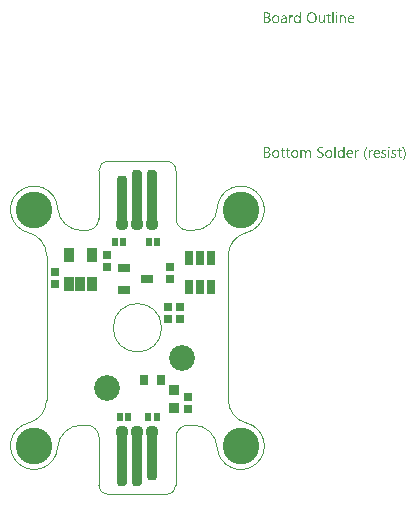
<source format=gbs>
G04*
G04 #@! TF.GenerationSoftware,Altium Limited,Altium Designer,21.8.1 (53)*
G04*
G04 Layer_Color=16711935*
%FSAX25Y25*%
%MOIN*%
G70*
G04*
G04 #@! TF.SameCoordinates,905CEB84-E458-47E2-99EE-E5A9494BEB7C*
G04*
G04*
G04 #@! TF.FilePolarity,Negative*
G04*
G01*
G75*
%ADD10C,0.00394*%
%ADD13C,0.00591*%
%ADD14C,0.08591*%
%ADD16C,0.12205*%
G04:AMPARAMS|DCode=27|XSize=35.43mil|YSize=169.29mil|CornerRadius=13.82mil|HoleSize=0mil|Usage=FLASHONLY|Rotation=0.000|XOffset=0mil|YOffset=0mil|HoleType=Round|Shape=RoundedRectangle|*
%AMROUNDEDRECTD27*
21,1,0.03543,0.14165,0,0,0.0*
21,1,0.00780,0.16929,0,0,0.0*
1,1,0.02764,0.00390,-0.07083*
1,1,0.02764,-0.00390,-0.07083*
1,1,0.02764,-0.00390,0.07083*
1,1,0.02764,0.00390,0.07083*
%
%ADD27ROUNDEDRECTD27*%
G04:AMPARAMS|DCode=28|XSize=35.43mil|YSize=188.98mil|CornerRadius=13.82mil|HoleSize=0mil|Usage=FLASHONLY|Rotation=0.000|XOffset=0mil|YOffset=0mil|HoleType=Round|Shape=RoundedRectangle|*
%AMROUNDEDRECTD28*
21,1,0.03543,0.16134,0,0,0.0*
21,1,0.00780,0.18898,0,0,0.0*
1,1,0.02764,0.00390,-0.08067*
1,1,0.02764,-0.00390,-0.08067*
1,1,0.02764,-0.00390,0.08067*
1,1,0.02764,0.00390,0.08067*
%
%ADD28ROUNDEDRECTD28*%
%ADD36C,0.04370*%
%ADD37R,0.02953X0.04528*%
%ADD38R,0.03740X0.03740*%
%ADD39R,0.03347X0.04528*%
%ADD40R,0.02756X0.02559*%
%ADD41R,0.01968X0.03150*%
%ADD42R,0.02559X0.02756*%
%ADD43R,0.02559X0.02756*%
%ADD44R,0.02756X0.02559*%
%ADD45R,0.02953X0.03740*%
%ADD46R,0.04134X0.02953*%
G36*
X0066434Y0137775D02*
X0066458D01*
X0066514Y0137751D01*
X0066545Y0137732D01*
X0066576Y0137707D01*
X0066582Y0137701D01*
X0066588Y0137695D01*
X0066619Y0137658D01*
X0066644Y0137596D01*
X0066650Y0137559D01*
X0066656Y0137522D01*
Y0137515D01*
Y0137503D01*
X0066650Y0137484D01*
X0066644Y0137460D01*
X0066625Y0137398D01*
X0066601Y0137367D01*
X0066576Y0137336D01*
X0066570D01*
X0066563Y0137323D01*
X0066526Y0137299D01*
X0066471Y0137274D01*
X0066434Y0137268D01*
X0066396Y0137262D01*
X0066378D01*
X0066359Y0137268D01*
X0066334D01*
X0066273Y0137293D01*
X0066242Y0137305D01*
X0066211Y0137330D01*
Y0137336D01*
X0066198Y0137342D01*
X0066186Y0137361D01*
X0066173Y0137379D01*
X0066149Y0137441D01*
X0066143Y0137478D01*
X0066136Y0137522D01*
Y0137528D01*
Y0137540D01*
X0066143Y0137559D01*
X0066149Y0137590D01*
X0066167Y0137645D01*
X0066186Y0137676D01*
X0066211Y0137707D01*
X0066217Y0137713D01*
X0066223Y0137720D01*
X0066260Y0137744D01*
X0066322Y0137769D01*
X0066359Y0137782D01*
X0066415D01*
X0066434Y0137775D01*
D02*
G37*
G36*
X0054444Y0134111D02*
X0054041D01*
Y0134532D01*
X0054029D01*
Y0134526D01*
X0054016Y0134513D01*
X0053998Y0134488D01*
X0053979Y0134458D01*
X0053948Y0134420D01*
X0053911Y0134383D01*
X0053868Y0134340D01*
X0053818Y0134297D01*
X0053763Y0134247D01*
X0053694Y0134204D01*
X0053626Y0134167D01*
X0053546Y0134129D01*
X0053465Y0134098D01*
X0053373Y0134074D01*
X0053274Y0134061D01*
X0053168Y0134055D01*
X0053125D01*
X0053088Y0134061D01*
X0053051Y0134067D01*
X0053001Y0134074D01*
X0052896Y0134098D01*
X0052772Y0134136D01*
X0052648Y0134197D01*
X0052580Y0134235D01*
X0052525Y0134278D01*
X0052463Y0134334D01*
X0052407Y0134389D01*
Y0134396D01*
X0052395Y0134408D01*
X0052382Y0134426D01*
X0052364Y0134451D01*
X0052345Y0134482D01*
X0052320Y0134526D01*
X0052296Y0134575D01*
X0052271Y0134631D01*
X0052240Y0134693D01*
X0052215Y0134761D01*
X0052190Y0134835D01*
X0052172Y0134915D01*
X0052153Y0135002D01*
X0052141Y0135101D01*
X0052135Y0135200D01*
X0052128Y0135306D01*
Y0135312D01*
Y0135330D01*
Y0135367D01*
X0052135Y0135411D01*
X0052141Y0135460D01*
X0052147Y0135522D01*
X0052153Y0135590D01*
X0052166Y0135664D01*
X0052203Y0135826D01*
X0052258Y0135993D01*
X0052296Y0136073D01*
X0052339Y0136153D01*
X0052382Y0136228D01*
X0052438Y0136302D01*
X0052444Y0136308D01*
X0052450Y0136321D01*
X0052469Y0136339D01*
X0052494Y0136364D01*
X0052525Y0136389D01*
X0052568Y0136420D01*
X0052611Y0136457D01*
X0052661Y0136494D01*
X0052785Y0136562D01*
X0052927Y0136624D01*
X0053007Y0136643D01*
X0053094Y0136661D01*
X0053181Y0136673D01*
X0053280Y0136680D01*
X0053329D01*
X0053366Y0136673D01*
X0053404Y0136667D01*
X0053453Y0136661D01*
X0053565Y0136630D01*
X0053688Y0136581D01*
X0053750Y0136550D01*
X0053812Y0136506D01*
X0053874Y0136463D01*
X0053930Y0136407D01*
X0053979Y0136345D01*
X0054029Y0136271D01*
X0054041D01*
Y0137831D01*
X0054444D01*
Y0134111D01*
D02*
G37*
G36*
X0068711Y0136673D02*
X0068786Y0136667D01*
X0068879Y0136649D01*
X0068978Y0136618D01*
X0069083Y0136568D01*
X0069188Y0136500D01*
X0069231Y0136463D01*
X0069275Y0136414D01*
X0069287Y0136401D01*
X0069312Y0136364D01*
X0069343Y0136302D01*
X0069386Y0136215D01*
X0069423Y0136110D01*
X0069460Y0135980D01*
X0069485Y0135826D01*
X0069491Y0135646D01*
Y0134111D01*
X0069089D01*
Y0135541D01*
Y0135547D01*
Y0135578D01*
X0069083Y0135615D01*
Y0135664D01*
X0069070Y0135726D01*
X0069058Y0135794D01*
X0069039Y0135869D01*
X0069015Y0135943D01*
X0068984Y0136017D01*
X0068947Y0136085D01*
X0068897Y0136153D01*
X0068841Y0136215D01*
X0068779Y0136265D01*
X0068699Y0136302D01*
X0068612Y0136333D01*
X0068507Y0136339D01*
X0068495D01*
X0068458Y0136333D01*
X0068402Y0136327D01*
X0068334Y0136308D01*
X0068253Y0136284D01*
X0068167Y0136240D01*
X0068086Y0136185D01*
X0068006Y0136110D01*
X0068000Y0136098D01*
X0067975Y0136073D01*
X0067944Y0136024D01*
X0067907Y0135956D01*
X0067870Y0135875D01*
X0067839Y0135776D01*
X0067814Y0135664D01*
X0067808Y0135541D01*
Y0134111D01*
X0067405D01*
Y0136624D01*
X0067808D01*
Y0136203D01*
X0067820D01*
X0067826Y0136209D01*
X0067832Y0136222D01*
X0067851Y0136246D01*
X0067876Y0136277D01*
X0067901Y0136314D01*
X0067938Y0136352D01*
X0067981Y0136395D01*
X0068031Y0136444D01*
X0068086Y0136488D01*
X0068148Y0136531D01*
X0068216Y0136568D01*
X0068291Y0136605D01*
X0068365Y0136636D01*
X0068451Y0136661D01*
X0068544Y0136673D01*
X0068643Y0136680D01*
X0068681D01*
X0068711Y0136673D01*
D02*
G37*
G36*
X0051714Y0136661D02*
X0051788Y0136655D01*
X0051831Y0136643D01*
X0051862Y0136630D01*
Y0136215D01*
X0051856Y0136222D01*
X0051844Y0136228D01*
X0051819Y0136240D01*
X0051788Y0136259D01*
X0051745Y0136271D01*
X0051689Y0136284D01*
X0051627Y0136290D01*
X0051559Y0136296D01*
X0051547D01*
X0051516Y0136290D01*
X0051466Y0136284D01*
X0051410Y0136265D01*
X0051336Y0136234D01*
X0051268Y0136191D01*
X0051194Y0136129D01*
X0051126Y0136048D01*
X0051119Y0136036D01*
X0051101Y0136005D01*
X0051070Y0135949D01*
X0051039Y0135875D01*
X0051008Y0135782D01*
X0050977Y0135664D01*
X0050959Y0135535D01*
X0050952Y0135386D01*
Y0134111D01*
X0050550D01*
Y0136624D01*
X0050952D01*
Y0136104D01*
X0050965D01*
Y0136110D01*
X0050971Y0136116D01*
X0050983Y0136147D01*
X0051002Y0136197D01*
X0051033Y0136259D01*
X0051064Y0136321D01*
X0051113Y0136389D01*
X0051163Y0136457D01*
X0051225Y0136519D01*
X0051231Y0136525D01*
X0051256Y0136544D01*
X0051293Y0136568D01*
X0051342Y0136593D01*
X0051398Y0136618D01*
X0051466Y0136643D01*
X0051540Y0136661D01*
X0051621Y0136667D01*
X0051676D01*
X0051714Y0136661D01*
D02*
G37*
G36*
X0062453Y0134111D02*
X0062051D01*
Y0134507D01*
X0062039D01*
Y0134501D01*
X0062026Y0134488D01*
X0062014Y0134464D01*
X0061989Y0134439D01*
X0061933Y0134365D01*
X0061847Y0134284D01*
X0061797Y0134241D01*
X0061742Y0134197D01*
X0061680Y0134160D01*
X0061605Y0134123D01*
X0061531Y0134098D01*
X0061450Y0134074D01*
X0061358Y0134061D01*
X0061265Y0134055D01*
X0061228D01*
X0061184Y0134061D01*
X0061123Y0134074D01*
X0061054Y0134086D01*
X0060980Y0134111D01*
X0060900Y0134142D01*
X0060819Y0134191D01*
X0060733Y0134247D01*
X0060652Y0134315D01*
X0060578Y0134402D01*
X0060510Y0134507D01*
X0060448Y0134625D01*
X0060404Y0134767D01*
X0060380Y0134934D01*
X0060367Y0135021D01*
Y0135120D01*
Y0136624D01*
X0060764D01*
Y0135182D01*
Y0135176D01*
Y0135151D01*
X0060770Y0135107D01*
X0060776Y0135058D01*
X0060782Y0134996D01*
X0060794Y0134934D01*
X0060813Y0134860D01*
X0060838Y0134785D01*
X0060875Y0134711D01*
X0060912Y0134643D01*
X0060962Y0134575D01*
X0061023Y0134513D01*
X0061092Y0134464D01*
X0061172Y0134426D01*
X0061271Y0134396D01*
X0061376Y0134389D01*
X0061389D01*
X0061426Y0134396D01*
X0061481Y0134402D01*
X0061543Y0134414D01*
X0061624Y0134445D01*
X0061704Y0134482D01*
X0061785Y0134532D01*
X0061859Y0134606D01*
X0061865Y0134618D01*
X0061890Y0134643D01*
X0061921Y0134693D01*
X0061958Y0134761D01*
X0061989Y0134841D01*
X0062020Y0134940D01*
X0062045Y0135052D01*
X0062051Y0135176D01*
Y0136624D01*
X0062453D01*
Y0134111D01*
D02*
G37*
G36*
X0066588D02*
X0066186D01*
Y0136624D01*
X0066588D01*
Y0134111D01*
D02*
G37*
G36*
X0065369D02*
X0064966D01*
Y0137831D01*
X0065369D01*
Y0134111D01*
D02*
G37*
G36*
X0048990Y0136673D02*
X0049046Y0136667D01*
X0049114Y0136649D01*
X0049188Y0136630D01*
X0049269Y0136599D01*
X0049355Y0136562D01*
X0049436Y0136513D01*
X0049516Y0136451D01*
X0049591Y0136376D01*
X0049659Y0136284D01*
X0049714Y0136178D01*
X0049758Y0136055D01*
X0049782Y0135912D01*
X0049795Y0135745D01*
Y0134111D01*
X0049392D01*
Y0134501D01*
X0049380D01*
Y0134495D01*
X0049368Y0134482D01*
X0049355Y0134458D01*
X0049330Y0134433D01*
X0049269Y0134358D01*
X0049188Y0134278D01*
X0049077Y0134197D01*
X0048947Y0134123D01*
X0048866Y0134098D01*
X0048786Y0134074D01*
X0048699Y0134061D01*
X0048606Y0134055D01*
X0048569D01*
X0048544Y0134061D01*
X0048476Y0134067D01*
X0048396Y0134080D01*
X0048297Y0134105D01*
X0048204Y0134136D01*
X0048105Y0134185D01*
X0048018Y0134247D01*
X0048012Y0134259D01*
X0047987Y0134284D01*
X0047950Y0134327D01*
X0047913Y0134389D01*
X0047876Y0134464D01*
X0047839Y0134550D01*
X0047814Y0134656D01*
X0047808Y0134773D01*
Y0134779D01*
Y0134804D01*
X0047814Y0134841D01*
X0047820Y0134885D01*
X0047833Y0134940D01*
X0047851Y0135002D01*
X0047876Y0135070D01*
X0047913Y0135138D01*
X0047956Y0135213D01*
X0048012Y0135287D01*
X0048080Y0135355D01*
X0048161Y0135417D01*
X0048254Y0135479D01*
X0048365Y0135528D01*
X0048489Y0135565D01*
X0048637Y0135596D01*
X0049392Y0135702D01*
Y0135708D01*
Y0135726D01*
X0049386Y0135764D01*
Y0135801D01*
X0049374Y0135850D01*
X0049368Y0135906D01*
X0049330Y0136024D01*
X0049300Y0136079D01*
X0049269Y0136135D01*
X0049225Y0136191D01*
X0049176Y0136240D01*
X0049114Y0136284D01*
X0049046Y0136314D01*
X0048965Y0136333D01*
X0048873Y0136339D01*
X0048829D01*
X0048798Y0136333D01*
X0048755D01*
X0048711Y0136321D01*
X0048600Y0136302D01*
X0048476Y0136265D01*
X0048340Y0136209D01*
X0048266Y0136172D01*
X0048198Y0136135D01*
X0048123Y0136085D01*
X0048055Y0136030D01*
Y0136444D01*
X0048062D01*
X0048074Y0136457D01*
X0048092Y0136469D01*
X0048123Y0136482D01*
X0048154Y0136500D01*
X0048198Y0136519D01*
X0048247Y0136537D01*
X0048303Y0136562D01*
X0048427Y0136605D01*
X0048575Y0136643D01*
X0048736Y0136667D01*
X0048910Y0136680D01*
X0048947D01*
X0048990Y0136673D01*
D02*
G37*
G36*
X0043301Y0137621D02*
X0043345D01*
X0043388Y0137614D01*
X0043487Y0137602D01*
X0043605Y0137571D01*
X0043729Y0137534D01*
X0043846Y0137478D01*
X0043951Y0137404D01*
X0043958D01*
X0043964Y0137391D01*
X0043995Y0137367D01*
X0044038Y0137317D01*
X0044088Y0137249D01*
X0044131Y0137162D01*
X0044174Y0137064D01*
X0044205Y0136952D01*
X0044218Y0136890D01*
Y0136822D01*
Y0136816D01*
Y0136810D01*
Y0136773D01*
X0044211Y0136717D01*
X0044199Y0136649D01*
X0044180Y0136562D01*
X0044150Y0136475D01*
X0044112Y0136389D01*
X0044057Y0136302D01*
X0044050Y0136290D01*
X0044026Y0136265D01*
X0043988Y0136228D01*
X0043939Y0136178D01*
X0043877Y0136129D01*
X0043803Y0136073D01*
X0043710Y0136030D01*
X0043611Y0135986D01*
Y0135980D01*
X0043630D01*
X0043648Y0135974D01*
X0043667Y0135968D01*
X0043735Y0135956D01*
X0043815Y0135931D01*
X0043902Y0135894D01*
X0043995Y0135850D01*
X0044088Y0135788D01*
X0044174Y0135708D01*
X0044187Y0135696D01*
X0044211Y0135664D01*
X0044242Y0135621D01*
X0044286Y0135553D01*
X0044323Y0135467D01*
X0044360Y0135367D01*
X0044385Y0135250D01*
X0044391Y0135120D01*
Y0135114D01*
Y0135101D01*
Y0135076D01*
X0044385Y0135046D01*
X0044379Y0135008D01*
X0044372Y0134965D01*
X0044348Y0134860D01*
X0044310Y0134742D01*
X0044255Y0134618D01*
X0044218Y0134563D01*
X0044174Y0134501D01*
X0044118Y0134445D01*
X0044063Y0134389D01*
X0044057D01*
X0044050Y0134377D01*
X0044032Y0134365D01*
X0044007Y0134346D01*
X0043976Y0134327D01*
X0043933Y0134303D01*
X0043840Y0134253D01*
X0043722Y0134197D01*
X0043586Y0134154D01*
X0043425Y0134123D01*
X0043345Y0134117D01*
X0043252Y0134111D01*
X0042224D01*
Y0137627D01*
X0043270D01*
X0043301Y0137621D01*
D02*
G37*
G36*
X0063797Y0136624D02*
X0064434D01*
Y0136277D01*
X0063797D01*
Y0134860D01*
Y0134847D01*
Y0134817D01*
X0063803Y0134773D01*
X0063809Y0134718D01*
X0063834Y0134600D01*
X0063852Y0134544D01*
X0063883Y0134501D01*
X0063889Y0134495D01*
X0063902Y0134482D01*
X0063920Y0134470D01*
X0063951Y0134451D01*
X0063988Y0134426D01*
X0064038Y0134414D01*
X0064100Y0134402D01*
X0064168Y0134396D01*
X0064193D01*
X0064224Y0134402D01*
X0064261Y0134408D01*
X0064347Y0134433D01*
X0064391Y0134451D01*
X0064434Y0134476D01*
Y0134129D01*
X0064428D01*
X0064409Y0134117D01*
X0064378Y0134111D01*
X0064335Y0134098D01*
X0064279Y0134086D01*
X0064218Y0134074D01*
X0064143Y0134067D01*
X0064056Y0134061D01*
X0064026D01*
X0063995Y0134067D01*
X0063951Y0134074D01*
X0063902Y0134086D01*
X0063846Y0134098D01*
X0063790Y0134123D01*
X0063728Y0134154D01*
X0063667Y0134191D01*
X0063605Y0134241D01*
X0063549Y0134297D01*
X0063499Y0134371D01*
X0063456Y0134451D01*
X0063425Y0134550D01*
X0063400Y0134662D01*
X0063394Y0134792D01*
Y0136277D01*
X0062967D01*
Y0136624D01*
X0063394D01*
Y0137237D01*
X0063797Y0137367D01*
Y0136624D01*
D02*
G37*
G36*
X0071324Y0136673D02*
X0071367Y0136667D01*
X0071410Y0136661D01*
X0071522Y0136643D01*
X0071645Y0136599D01*
X0071769Y0136544D01*
X0071831Y0136506D01*
X0071893Y0136463D01*
X0071949Y0136414D01*
X0072004Y0136358D01*
X0072011Y0136352D01*
X0072017Y0136345D01*
X0072029Y0136327D01*
X0072048Y0136302D01*
X0072066Y0136265D01*
X0072091Y0136228D01*
X0072116Y0136185D01*
X0072141Y0136129D01*
X0072165Y0136067D01*
X0072190Y0136005D01*
X0072215Y0135931D01*
X0072233Y0135850D01*
X0072252Y0135764D01*
X0072264Y0135677D01*
X0072277Y0135578D01*
Y0135473D01*
Y0135262D01*
X0070500D01*
Y0135256D01*
Y0135244D01*
Y0135225D01*
X0070507Y0135194D01*
X0070513Y0135157D01*
Y0135120D01*
X0070531Y0135021D01*
X0070562Y0134922D01*
X0070599Y0134810D01*
X0070655Y0134705D01*
X0070723Y0134612D01*
X0070736Y0134600D01*
X0070760Y0134575D01*
X0070810Y0134544D01*
X0070878Y0134501D01*
X0070965Y0134458D01*
X0071064Y0134426D01*
X0071181Y0134402D01*
X0071317Y0134389D01*
X0071361D01*
X0071392Y0134396D01*
X0071429D01*
X0071472Y0134402D01*
X0071577Y0134426D01*
X0071695Y0134458D01*
X0071825Y0134507D01*
X0071961Y0134575D01*
X0072029Y0134618D01*
X0072097Y0134668D01*
Y0134290D01*
X0072091D01*
X0072085Y0134278D01*
X0072066Y0134272D01*
X0072035Y0134253D01*
X0072004Y0134235D01*
X0071967Y0134216D01*
X0071918Y0134197D01*
X0071868Y0134173D01*
X0071806Y0134148D01*
X0071738Y0134129D01*
X0071590Y0134092D01*
X0071416Y0134067D01*
X0071224Y0134055D01*
X0071175D01*
X0071138Y0134061D01*
X0071095Y0134067D01*
X0071039Y0134074D01*
X0070921Y0134098D01*
X0070785Y0134136D01*
X0070649Y0134197D01*
X0070581Y0134241D01*
X0070513Y0134284D01*
X0070451Y0134334D01*
X0070389Y0134396D01*
X0070383Y0134402D01*
X0070376Y0134414D01*
X0070364Y0134433D01*
X0070339Y0134458D01*
X0070321Y0134495D01*
X0070296Y0134538D01*
X0070265Y0134588D01*
X0070240Y0134643D01*
X0070209Y0134705D01*
X0070185Y0134779D01*
X0070154Y0134860D01*
X0070135Y0134947D01*
X0070117Y0135039D01*
X0070098Y0135138D01*
X0070092Y0135244D01*
X0070086Y0135355D01*
Y0135361D01*
Y0135380D01*
Y0135411D01*
X0070092Y0135454D01*
X0070098Y0135504D01*
X0070104Y0135559D01*
X0070110Y0135627D01*
X0070129Y0135696D01*
X0070166Y0135844D01*
X0070222Y0136005D01*
X0070259Y0136085D01*
X0070308Y0136160D01*
X0070358Y0136240D01*
X0070414Y0136308D01*
X0070420Y0136314D01*
X0070432Y0136327D01*
X0070451Y0136345D01*
X0070476Y0136364D01*
X0070507Y0136395D01*
X0070544Y0136426D01*
X0070593Y0136457D01*
X0070643Y0136494D01*
X0070760Y0136562D01*
X0070903Y0136624D01*
X0070983Y0136643D01*
X0071064Y0136661D01*
X0071150Y0136673D01*
X0071243Y0136680D01*
X0071293D01*
X0071324Y0136673D01*
D02*
G37*
G36*
X0058281Y0137682D02*
X0058343Y0137676D01*
X0058417Y0137664D01*
X0058498Y0137645D01*
X0058585Y0137627D01*
X0058671Y0137602D01*
X0058770Y0137571D01*
X0058863Y0137528D01*
X0058962Y0137478D01*
X0059061Y0137423D01*
X0059154Y0137354D01*
X0059247Y0137280D01*
X0059334Y0137194D01*
X0059340Y0137187D01*
X0059352Y0137169D01*
X0059377Y0137144D01*
X0059402Y0137107D01*
X0059439Y0137057D01*
X0059476Y0136995D01*
X0059513Y0136927D01*
X0059556Y0136853D01*
X0059600Y0136760D01*
X0059637Y0136667D01*
X0059674Y0136562D01*
X0059711Y0136444D01*
X0059736Y0136327D01*
X0059761Y0136197D01*
X0059773Y0136055D01*
X0059779Y0135912D01*
Y0135900D01*
Y0135875D01*
Y0135832D01*
X0059773Y0135770D01*
X0059767Y0135696D01*
X0059755Y0135615D01*
X0059742Y0135522D01*
X0059724Y0135417D01*
X0059699Y0135312D01*
X0059668Y0135200D01*
X0059631Y0135089D01*
X0059587Y0134977D01*
X0059532Y0134860D01*
X0059470Y0134755D01*
X0059402Y0134649D01*
X0059321Y0134550D01*
X0059315Y0134544D01*
X0059303Y0134532D01*
X0059272Y0134507D01*
X0059241Y0134476D01*
X0059191Y0134433D01*
X0059136Y0134396D01*
X0059074Y0134346D01*
X0058999Y0134303D01*
X0058919Y0134259D01*
X0058826Y0134210D01*
X0058727Y0134173D01*
X0058615Y0134136D01*
X0058498Y0134098D01*
X0058374Y0134074D01*
X0058244Y0134061D01*
X0058102Y0134055D01*
X0058071D01*
X0058027Y0134061D01*
X0057978D01*
X0057916Y0134067D01*
X0057842Y0134080D01*
X0057761Y0134098D01*
X0057668Y0134117D01*
X0057576Y0134142D01*
X0057477Y0134173D01*
X0057377Y0134216D01*
X0057279Y0134259D01*
X0057179Y0134315D01*
X0057080Y0134383D01*
X0056988Y0134458D01*
X0056901Y0134544D01*
X0056895Y0134550D01*
X0056882Y0134569D01*
X0056858Y0134594D01*
X0056833Y0134631D01*
X0056796Y0134680D01*
X0056758Y0134742D01*
X0056721Y0134810D01*
X0056678Y0134891D01*
X0056635Y0134977D01*
X0056598Y0135070D01*
X0056560Y0135176D01*
X0056523Y0135293D01*
X0056498Y0135411D01*
X0056474Y0135541D01*
X0056461Y0135683D01*
X0056455Y0135826D01*
Y0135838D01*
Y0135863D01*
X0056461Y0135906D01*
Y0135968D01*
X0056468Y0136036D01*
X0056480Y0136123D01*
X0056492Y0136215D01*
X0056511Y0136314D01*
X0056536Y0136420D01*
X0056567Y0136531D01*
X0056604Y0136643D01*
X0056647Y0136754D01*
X0056703Y0136865D01*
X0056765Y0136977D01*
X0056833Y0137082D01*
X0056913Y0137181D01*
X0056919Y0137187D01*
X0056932Y0137206D01*
X0056963Y0137231D01*
X0057000Y0137262D01*
X0057043Y0137299D01*
X0057099Y0137342D01*
X0057167Y0137385D01*
X0057241Y0137435D01*
X0057328Y0137484D01*
X0057421Y0137528D01*
X0057520Y0137571D01*
X0057631Y0137608D01*
X0057755Y0137639D01*
X0057885Y0137670D01*
X0058021Y0137682D01*
X0058164Y0137689D01*
X0058232D01*
X0058281Y0137682D01*
D02*
G37*
G36*
X0046254Y0136673D02*
X0046297Y0136667D01*
X0046353Y0136661D01*
X0046477Y0136636D01*
X0046619Y0136593D01*
X0046762Y0136531D01*
X0046836Y0136494D01*
X0046904Y0136451D01*
X0046972Y0136395D01*
X0047034Y0136333D01*
X0047040Y0136327D01*
X0047046Y0136314D01*
X0047065Y0136296D01*
X0047084Y0136271D01*
X0047108Y0136234D01*
X0047133Y0136191D01*
X0047164Y0136141D01*
X0047195Y0136085D01*
X0047220Y0136017D01*
X0047251Y0135949D01*
X0047275Y0135869D01*
X0047300Y0135782D01*
X0047319Y0135689D01*
X0047337Y0135590D01*
X0047344Y0135485D01*
X0047350Y0135374D01*
Y0135367D01*
Y0135349D01*
Y0135318D01*
X0047344Y0135275D01*
X0047337Y0135225D01*
X0047331Y0135163D01*
X0047319Y0135101D01*
X0047306Y0135027D01*
X0047269Y0134878D01*
X0047207Y0134718D01*
X0047170Y0134637D01*
X0047121Y0134556D01*
X0047071Y0134482D01*
X0047009Y0134414D01*
X0047003Y0134408D01*
X0046991Y0134402D01*
X0046972Y0134383D01*
X0046947Y0134358D01*
X0046910Y0134334D01*
X0046873Y0134303D01*
X0046824Y0134266D01*
X0046768Y0134235D01*
X0046706Y0134204D01*
X0046638Y0134167D01*
X0046564Y0134136D01*
X0046483Y0134111D01*
X0046396Y0134086D01*
X0046304Y0134074D01*
X0046205Y0134061D01*
X0046099Y0134055D01*
X0046044D01*
X0046007Y0134061D01*
X0045963Y0134067D01*
X0045908Y0134074D01*
X0045845Y0134086D01*
X0045777Y0134098D01*
X0045635Y0134142D01*
X0045487Y0134204D01*
X0045412Y0134241D01*
X0045344Y0134290D01*
X0045276Y0134340D01*
X0045208Y0134402D01*
X0045202Y0134408D01*
X0045196Y0134420D01*
X0045177Y0134439D01*
X0045158Y0134464D01*
X0045134Y0134501D01*
X0045103Y0134544D01*
X0045072Y0134594D01*
X0045047Y0134649D01*
X0045016Y0134718D01*
X0044985Y0134785D01*
X0044954Y0134860D01*
X0044929Y0134947D01*
X0044892Y0135132D01*
X0044886Y0135231D01*
X0044880Y0135336D01*
Y0135343D01*
Y0135367D01*
Y0135398D01*
X0044886Y0135442D01*
X0044892Y0135491D01*
X0044899Y0135553D01*
X0044911Y0135621D01*
X0044923Y0135696D01*
X0044960Y0135856D01*
X0045022Y0136017D01*
X0045066Y0136098D01*
X0045109Y0136178D01*
X0045158Y0136253D01*
X0045220Y0136321D01*
X0045226Y0136327D01*
X0045239Y0136339D01*
X0045257Y0136352D01*
X0045282Y0136376D01*
X0045319Y0136401D01*
X0045363Y0136432D01*
X0045412Y0136469D01*
X0045468Y0136500D01*
X0045530Y0136531D01*
X0045604Y0136568D01*
X0045678Y0136599D01*
X0045765Y0136624D01*
X0045852Y0136649D01*
X0045951Y0136667D01*
X0046056Y0136673D01*
X0046161Y0136680D01*
X0046217D01*
X0046254Y0136673D01*
D02*
G37*
G36*
X0083864Y0092849D02*
X0083889D01*
X0083945Y0092824D01*
X0083976Y0092805D01*
X0084007Y0092781D01*
X0084013Y0092774D01*
X0084019Y0092768D01*
X0084050Y0092731D01*
X0084075Y0092669D01*
X0084081Y0092632D01*
X0084087Y0092595D01*
Y0092589D01*
Y0092576D01*
X0084081Y0092558D01*
X0084075Y0092533D01*
X0084056Y0092471D01*
X0084032Y0092440D01*
X0084007Y0092409D01*
X0084001D01*
X0083995Y0092397D01*
X0083957Y0092372D01*
X0083902Y0092347D01*
X0083864Y0092341D01*
X0083827Y0092335D01*
X0083809D01*
X0083790Y0092341D01*
X0083766D01*
X0083704Y0092366D01*
X0083673Y0092378D01*
X0083642Y0092403D01*
Y0092409D01*
X0083629Y0092415D01*
X0083617Y0092434D01*
X0083605Y0092453D01*
X0083580Y0092515D01*
X0083574Y0092552D01*
X0083567Y0092595D01*
Y0092601D01*
Y0092614D01*
X0083574Y0092632D01*
X0083580Y0092663D01*
X0083598Y0092719D01*
X0083617Y0092750D01*
X0083642Y0092781D01*
X0083648Y0092787D01*
X0083654Y0092793D01*
X0083691Y0092818D01*
X0083753Y0092843D01*
X0083790Y0092855D01*
X0083846D01*
X0083864Y0092849D01*
D02*
G37*
G36*
X0061296Y0092756D02*
X0061345D01*
X0061457Y0092744D01*
X0061580Y0092731D01*
X0061704Y0092706D01*
X0061822Y0092676D01*
X0061871Y0092657D01*
X0061921Y0092632D01*
Y0092168D01*
X0061915D01*
X0061909Y0092180D01*
X0061890Y0092186D01*
X0061865Y0092205D01*
X0061834Y0092217D01*
X0061797Y0092236D01*
X0061704Y0092279D01*
X0061593Y0092317D01*
X0061457Y0092354D01*
X0061296Y0092378D01*
X0061123Y0092385D01*
X0061073D01*
X0061036Y0092378D01*
X0060999D01*
X0060949Y0092372D01*
X0060850Y0092354D01*
X0060844D01*
X0060825Y0092347D01*
X0060801Y0092341D01*
X0060770Y0092335D01*
X0060695Y0092304D01*
X0060609Y0092267D01*
X0060602D01*
X0060590Y0092255D01*
X0060572Y0092242D01*
X0060547Y0092224D01*
X0060491Y0092168D01*
X0060435Y0092100D01*
Y0092094D01*
X0060423Y0092081D01*
X0060417Y0092063D01*
X0060404Y0092032D01*
X0060392Y0091995D01*
X0060386Y0091957D01*
X0060374Y0091858D01*
Y0091852D01*
Y0091834D01*
Y0091809D01*
X0060380Y0091778D01*
X0060392Y0091704D01*
X0060423Y0091623D01*
Y0091617D01*
X0060435Y0091605D01*
X0060442Y0091586D01*
X0060460Y0091561D01*
X0060510Y0091506D01*
X0060572Y0091444D01*
X0060578Y0091438D01*
X0060590Y0091431D01*
X0060609Y0091413D01*
X0060640Y0091394D01*
X0060677Y0091369D01*
X0060714Y0091345D01*
X0060813Y0091283D01*
X0060819Y0091277D01*
X0060838Y0091270D01*
X0060869Y0091252D01*
X0060906Y0091233D01*
X0060955Y0091208D01*
X0061011Y0091184D01*
X0061135Y0091122D01*
X0061141Y0091116D01*
X0061166Y0091103D01*
X0061203Y0091085D01*
X0061252Y0091060D01*
X0061308Y0091035D01*
X0061370Y0090998D01*
X0061494Y0090924D01*
X0061500Y0090917D01*
X0061525Y0090905D01*
X0061556Y0090887D01*
X0061599Y0090856D01*
X0061692Y0090781D01*
X0061791Y0090695D01*
X0061797Y0090689D01*
X0061816Y0090676D01*
X0061834Y0090645D01*
X0061865Y0090614D01*
X0061896Y0090571D01*
X0061933Y0090528D01*
X0061995Y0090416D01*
X0062001Y0090410D01*
X0062008Y0090391D01*
X0062020Y0090360D01*
X0062032Y0090317D01*
X0062045Y0090268D01*
X0062057Y0090206D01*
X0062069Y0090144D01*
Y0090070D01*
Y0090057D01*
Y0090026D01*
X0062063Y0089977D01*
X0062057Y0089915D01*
X0062045Y0089847D01*
X0062026Y0089772D01*
X0062001Y0089698D01*
X0061964Y0089630D01*
X0061958Y0089624D01*
X0061946Y0089599D01*
X0061921Y0089568D01*
X0061896Y0089525D01*
X0061853Y0089482D01*
X0061810Y0089432D01*
X0061754Y0089382D01*
X0061692Y0089333D01*
X0061686Y0089327D01*
X0061661Y0089314D01*
X0061624Y0089296D01*
X0061574Y0089271D01*
X0061519Y0089246D01*
X0061450Y0089222D01*
X0061370Y0089197D01*
X0061290Y0089178D01*
X0061277D01*
X0061252Y0089172D01*
X0061209Y0089166D01*
X0061147Y0089153D01*
X0061079Y0089147D01*
X0060999Y0089135D01*
X0060912Y0089129D01*
X0060764D01*
X0060695Y0089135D01*
X0060609Y0089141D01*
X0060590D01*
X0060565Y0089147D01*
X0060534Y0089153D01*
X0060454Y0089160D01*
X0060361Y0089178D01*
X0060355D01*
X0060336Y0089184D01*
X0060312Y0089191D01*
X0060281Y0089197D01*
X0060206Y0089215D01*
X0060120Y0089240D01*
X0060114D01*
X0060101Y0089246D01*
X0060083Y0089252D01*
X0060058Y0089265D01*
X0059996Y0089290D01*
X0059934Y0089327D01*
Y0089810D01*
X0059940Y0089803D01*
X0059953Y0089797D01*
X0059965Y0089785D01*
X0059990Y0089766D01*
X0060058Y0089723D01*
X0060138Y0089673D01*
X0060144D01*
X0060157Y0089667D01*
X0060182Y0089655D01*
X0060212Y0089642D01*
X0060293Y0089605D01*
X0060380Y0089574D01*
X0060386D01*
X0060404Y0089568D01*
X0060429Y0089562D01*
X0060460Y0089556D01*
X0060547Y0089531D01*
X0060640Y0089512D01*
X0060664D01*
X0060689Y0089506D01*
X0060720D01*
X0060794Y0089500D01*
X0060881Y0089494D01*
X0060943D01*
X0061011Y0089500D01*
X0061098Y0089512D01*
X0061191Y0089525D01*
X0061283Y0089549D01*
X0061370Y0089587D01*
X0061450Y0089630D01*
X0061457Y0089636D01*
X0061481Y0089655D01*
X0061512Y0089692D01*
X0061543Y0089735D01*
X0061580Y0089791D01*
X0061605Y0089865D01*
X0061630Y0089946D01*
X0061636Y0090039D01*
Y0090045D01*
Y0090063D01*
Y0090088D01*
X0061630Y0090125D01*
X0061611Y0090206D01*
X0061574Y0090286D01*
Y0090292D01*
X0061562Y0090305D01*
X0061550Y0090323D01*
X0061531Y0090348D01*
X0061475Y0090410D01*
X0061401Y0090478D01*
X0061395Y0090484D01*
X0061382Y0090497D01*
X0061358Y0090509D01*
X0061327Y0090534D01*
X0061290Y0090558D01*
X0061246Y0090589D01*
X0061141Y0090645D01*
X0061135Y0090651D01*
X0061116Y0090658D01*
X0061085Y0090676D01*
X0061042Y0090695D01*
X0060999Y0090726D01*
X0060943Y0090750D01*
X0060813Y0090819D01*
X0060807Y0090825D01*
X0060782Y0090837D01*
X0060745Y0090856D01*
X0060702Y0090874D01*
X0060652Y0090905D01*
X0060596Y0090936D01*
X0060473Y0091004D01*
X0060466Y0091010D01*
X0060448Y0091023D01*
X0060417Y0091041D01*
X0060380Y0091066D01*
X0060287Y0091134D01*
X0060194Y0091215D01*
X0060188Y0091221D01*
X0060175Y0091233D01*
X0060151Y0091258D01*
X0060126Y0091289D01*
X0060095Y0091332D01*
X0060064Y0091376D01*
X0060008Y0091475D01*
Y0091481D01*
X0059996Y0091499D01*
X0059990Y0091530D01*
X0059977Y0091574D01*
X0059965Y0091623D01*
X0059953Y0091685D01*
X0059946Y0091747D01*
X0059940Y0091821D01*
Y0091834D01*
Y0091865D01*
X0059946Y0091908D01*
X0059953Y0091964D01*
X0059965Y0092032D01*
X0059983Y0092100D01*
X0060008Y0092168D01*
X0060045Y0092236D01*
X0060052Y0092242D01*
X0060064Y0092267D01*
X0060089Y0092298D01*
X0060120Y0092341D01*
X0060157Y0092385D01*
X0060206Y0092434D01*
X0060262Y0092484D01*
X0060324Y0092527D01*
X0060330Y0092533D01*
X0060355Y0092545D01*
X0060392Y0092570D01*
X0060435Y0092595D01*
X0060497Y0092620D01*
X0060559Y0092651D01*
X0060633Y0092676D01*
X0060714Y0092700D01*
X0060726D01*
X0060751Y0092713D01*
X0060794Y0092719D01*
X0060856Y0092731D01*
X0060924Y0092744D01*
X0060999Y0092750D01*
X0061166Y0092762D01*
X0061252D01*
X0061296Y0092756D01*
D02*
G37*
G36*
X0069027Y0089184D02*
X0068625D01*
Y0089605D01*
X0068612D01*
Y0089599D01*
X0068600Y0089587D01*
X0068581Y0089562D01*
X0068563Y0089531D01*
X0068532Y0089494D01*
X0068495Y0089457D01*
X0068451Y0089413D01*
X0068402Y0089370D01*
X0068346Y0089320D01*
X0068278Y0089277D01*
X0068210Y0089240D01*
X0068129Y0089203D01*
X0068049Y0089172D01*
X0067956Y0089147D01*
X0067857Y0089135D01*
X0067752Y0089129D01*
X0067709D01*
X0067672Y0089135D01*
X0067634Y0089141D01*
X0067585Y0089147D01*
X0067480Y0089172D01*
X0067356Y0089209D01*
X0067232Y0089271D01*
X0067164Y0089308D01*
X0067108Y0089351D01*
X0067046Y0089407D01*
X0066991Y0089463D01*
Y0089469D01*
X0066978Y0089482D01*
X0066966Y0089500D01*
X0066947Y0089525D01*
X0066929Y0089556D01*
X0066904Y0089599D01*
X0066879Y0089649D01*
X0066854Y0089704D01*
X0066824Y0089766D01*
X0066799Y0089834D01*
X0066774Y0089909D01*
X0066755Y0089989D01*
X0066737Y0090076D01*
X0066724Y0090175D01*
X0066718Y0090274D01*
X0066712Y0090379D01*
Y0090385D01*
Y0090404D01*
Y0090441D01*
X0066718Y0090484D01*
X0066724Y0090534D01*
X0066731Y0090596D01*
X0066737Y0090664D01*
X0066749Y0090738D01*
X0066786Y0090899D01*
X0066842Y0091066D01*
X0066879Y0091147D01*
X0066922Y0091227D01*
X0066966Y0091301D01*
X0067022Y0091376D01*
X0067028Y0091382D01*
X0067034Y0091394D01*
X0067053Y0091413D01*
X0067077Y0091438D01*
X0067108Y0091462D01*
X0067151Y0091493D01*
X0067195Y0091530D01*
X0067244Y0091567D01*
X0067368Y0091636D01*
X0067511Y0091698D01*
X0067591Y0091716D01*
X0067678Y0091735D01*
X0067764Y0091747D01*
X0067863Y0091753D01*
X0067913D01*
X0067950Y0091747D01*
X0067987Y0091741D01*
X0068037Y0091735D01*
X0068148Y0091704D01*
X0068272Y0091654D01*
X0068334Y0091623D01*
X0068396Y0091580D01*
X0068458Y0091536D01*
X0068513Y0091481D01*
X0068563Y0091419D01*
X0068612Y0091345D01*
X0068625D01*
Y0092905D01*
X0069027D01*
Y0089184D01*
D02*
G37*
G36*
X0085771Y0091747D02*
X0085852Y0091741D01*
X0085938Y0091728D01*
X0086037Y0091704D01*
X0086136Y0091679D01*
X0086235Y0091642D01*
Y0091233D01*
X0086223Y0091239D01*
X0086186Y0091264D01*
X0086130Y0091289D01*
X0086056Y0091326D01*
X0085963Y0091357D01*
X0085852Y0091388D01*
X0085728Y0091407D01*
X0085598Y0091413D01*
X0085530D01*
X0085468Y0091400D01*
X0085394Y0091388D01*
X0085387D01*
X0085381Y0091382D01*
X0085344Y0091369D01*
X0085294Y0091345D01*
X0085239Y0091314D01*
X0085226Y0091307D01*
X0085202Y0091283D01*
X0085171Y0091246D01*
X0085140Y0091202D01*
X0085133Y0091190D01*
X0085121Y0091159D01*
X0085109Y0091116D01*
X0085102Y0091060D01*
Y0091054D01*
Y0091041D01*
Y0091023D01*
X0085109Y0091004D01*
X0085121Y0090948D01*
X0085140Y0090893D01*
X0085146Y0090880D01*
X0085164Y0090856D01*
X0085202Y0090819D01*
X0085245Y0090775D01*
X0085251D01*
X0085257Y0090769D01*
X0085294Y0090744D01*
X0085344Y0090713D01*
X0085412Y0090682D01*
X0085418D01*
X0085431Y0090676D01*
X0085449Y0090670D01*
X0085480Y0090658D01*
X0085548Y0090633D01*
X0085635Y0090596D01*
X0085641D01*
X0085666Y0090583D01*
X0085697Y0090571D01*
X0085734Y0090558D01*
X0085833Y0090515D01*
X0085932Y0090466D01*
X0085938D01*
X0085957Y0090453D01*
X0085982Y0090441D01*
X0086013Y0090422D01*
X0086087Y0090373D01*
X0086161Y0090311D01*
X0086167Y0090305D01*
X0086180Y0090298D01*
X0086192Y0090280D01*
X0086217Y0090255D01*
X0086260Y0090193D01*
X0086303Y0090113D01*
Y0090107D01*
X0086310Y0090094D01*
X0086322Y0090070D01*
X0086328Y0090039D01*
X0086340Y0090001D01*
X0086347Y0089958D01*
X0086353Y0089853D01*
Y0089847D01*
Y0089822D01*
X0086347Y0089785D01*
X0086340Y0089741D01*
X0086334Y0089692D01*
X0086316Y0089636D01*
X0086297Y0089587D01*
X0086266Y0089531D01*
X0086260Y0089525D01*
X0086254Y0089506D01*
X0086235Y0089482D01*
X0086211Y0089451D01*
X0086180Y0089413D01*
X0086142Y0089376D01*
X0086050Y0089302D01*
X0086043Y0089296D01*
X0086025Y0089290D01*
X0086000Y0089271D01*
X0085957Y0089252D01*
X0085913Y0089228D01*
X0085858Y0089209D01*
X0085802Y0089191D01*
X0085734Y0089172D01*
X0085728D01*
X0085703Y0089166D01*
X0085666Y0089160D01*
X0085623Y0089153D01*
X0085561Y0089141D01*
X0085499Y0089135D01*
X0085356Y0089129D01*
X0085294D01*
X0085220Y0089135D01*
X0085127Y0089147D01*
X0085022Y0089166D01*
X0084911Y0089191D01*
X0084799Y0089222D01*
X0084688Y0089271D01*
Y0089704D01*
X0084694D01*
X0084700Y0089692D01*
X0084719Y0089679D01*
X0084743Y0089667D01*
X0084812Y0089630D01*
X0084904Y0089587D01*
X0085010Y0089537D01*
X0085133Y0089500D01*
X0085270Y0089475D01*
X0085412Y0089463D01*
X0085461D01*
X0085492Y0089469D01*
X0085579Y0089482D01*
X0085678Y0089506D01*
X0085771Y0089549D01*
X0085814Y0089581D01*
X0085858Y0089612D01*
X0085889Y0089655D01*
X0085913Y0089698D01*
X0085932Y0089754D01*
X0085938Y0089816D01*
Y0089822D01*
Y0089834D01*
Y0089853D01*
X0085932Y0089871D01*
X0085920Y0089927D01*
X0085895Y0089983D01*
Y0089989D01*
X0085889Y0089995D01*
X0085864Y0090026D01*
X0085827Y0090070D01*
X0085771Y0090107D01*
X0085765D01*
X0085759Y0090119D01*
X0085721Y0090138D01*
X0085666Y0090175D01*
X0085592Y0090206D01*
X0085585D01*
X0085573Y0090212D01*
X0085554Y0090224D01*
X0085523Y0090237D01*
X0085455Y0090261D01*
X0085369Y0090298D01*
X0085362D01*
X0085338Y0090311D01*
X0085307Y0090323D01*
X0085270Y0090336D01*
X0085171Y0090379D01*
X0085072Y0090429D01*
X0085065Y0090435D01*
X0085053Y0090441D01*
X0085028Y0090453D01*
X0084997Y0090472D01*
X0084929Y0090521D01*
X0084861Y0090577D01*
X0084855Y0090583D01*
X0084849Y0090589D01*
X0084830Y0090608D01*
X0084812Y0090633D01*
X0084768Y0090695D01*
X0084731Y0090769D01*
Y0090775D01*
X0084725Y0090788D01*
X0084719Y0090812D01*
X0084713Y0090843D01*
X0084706Y0090880D01*
X0084700Y0090924D01*
X0084694Y0091029D01*
Y0091035D01*
Y0091060D01*
X0084700Y0091091D01*
X0084706Y0091134D01*
X0084713Y0091184D01*
X0084731Y0091233D01*
X0084750Y0091289D01*
X0084775Y0091338D01*
X0084781Y0091345D01*
X0084787Y0091363D01*
X0084805Y0091388D01*
X0084830Y0091419D01*
X0084898Y0091493D01*
X0084985Y0091567D01*
X0084991Y0091574D01*
X0085010Y0091580D01*
X0085034Y0091598D01*
X0085078Y0091617D01*
X0085121Y0091642D01*
X0085171Y0091667D01*
X0085294Y0091704D01*
X0085301D01*
X0085325Y0091710D01*
X0085356Y0091722D01*
X0085406Y0091728D01*
X0085455Y0091741D01*
X0085517Y0091747D01*
X0085653Y0091753D01*
X0085709D01*
X0085771Y0091747D01*
D02*
G37*
G36*
X0082416D02*
X0082497Y0091741D01*
X0082583Y0091728D01*
X0082682Y0091704D01*
X0082781Y0091679D01*
X0082880Y0091642D01*
Y0091233D01*
X0082868Y0091239D01*
X0082831Y0091264D01*
X0082775Y0091289D01*
X0082701Y0091326D01*
X0082608Y0091357D01*
X0082497Y0091388D01*
X0082373Y0091407D01*
X0082243Y0091413D01*
X0082175D01*
X0082113Y0091400D01*
X0082038Y0091388D01*
X0082032D01*
X0082026Y0091382D01*
X0081989Y0091369D01*
X0081939Y0091345D01*
X0081884Y0091314D01*
X0081871Y0091307D01*
X0081847Y0091283D01*
X0081816Y0091246D01*
X0081785Y0091202D01*
X0081779Y0091190D01*
X0081766Y0091159D01*
X0081754Y0091116D01*
X0081748Y0091060D01*
Y0091054D01*
Y0091041D01*
Y0091023D01*
X0081754Y0091004D01*
X0081766Y0090948D01*
X0081785Y0090893D01*
X0081791Y0090880D01*
X0081810Y0090856D01*
X0081847Y0090819D01*
X0081890Y0090775D01*
X0081896D01*
X0081902Y0090769D01*
X0081939Y0090744D01*
X0081989Y0090713D01*
X0082057Y0090682D01*
X0082063D01*
X0082076Y0090676D01*
X0082094Y0090670D01*
X0082125Y0090658D01*
X0082193Y0090633D01*
X0082280Y0090596D01*
X0082286D01*
X0082311Y0090583D01*
X0082342Y0090571D01*
X0082379Y0090558D01*
X0082478Y0090515D01*
X0082577Y0090466D01*
X0082583D01*
X0082602Y0090453D01*
X0082626Y0090441D01*
X0082657Y0090422D01*
X0082732Y0090373D01*
X0082806Y0090311D01*
X0082812Y0090305D01*
X0082825Y0090298D01*
X0082837Y0090280D01*
X0082862Y0090255D01*
X0082905Y0090193D01*
X0082948Y0090113D01*
Y0090107D01*
X0082955Y0090094D01*
X0082967Y0090070D01*
X0082973Y0090039D01*
X0082986Y0090001D01*
X0082992Y0089958D01*
X0082998Y0089853D01*
Y0089847D01*
Y0089822D01*
X0082992Y0089785D01*
X0082986Y0089741D01*
X0082979Y0089692D01*
X0082961Y0089636D01*
X0082942Y0089587D01*
X0082911Y0089531D01*
X0082905Y0089525D01*
X0082899Y0089506D01*
X0082880Y0089482D01*
X0082856Y0089451D01*
X0082825Y0089413D01*
X0082788Y0089376D01*
X0082695Y0089302D01*
X0082688Y0089296D01*
X0082670Y0089290D01*
X0082645Y0089271D01*
X0082602Y0089252D01*
X0082558Y0089228D01*
X0082503Y0089209D01*
X0082447Y0089191D01*
X0082379Y0089172D01*
X0082373D01*
X0082348Y0089166D01*
X0082311Y0089160D01*
X0082267Y0089153D01*
X0082206Y0089141D01*
X0082144Y0089135D01*
X0082001Y0089129D01*
X0081939D01*
X0081865Y0089135D01*
X0081772Y0089147D01*
X0081667Y0089166D01*
X0081556Y0089191D01*
X0081444Y0089222D01*
X0081333Y0089271D01*
Y0089704D01*
X0081339D01*
X0081345Y0089692D01*
X0081364Y0089679D01*
X0081388Y0089667D01*
X0081457Y0089630D01*
X0081550Y0089587D01*
X0081655Y0089537D01*
X0081779Y0089500D01*
X0081915Y0089475D01*
X0082057Y0089463D01*
X0082107D01*
X0082138Y0089469D01*
X0082224Y0089482D01*
X0082323Y0089506D01*
X0082416Y0089549D01*
X0082459Y0089581D01*
X0082503Y0089612D01*
X0082534Y0089655D01*
X0082558Y0089698D01*
X0082577Y0089754D01*
X0082583Y0089816D01*
Y0089822D01*
Y0089834D01*
Y0089853D01*
X0082577Y0089871D01*
X0082565Y0089927D01*
X0082540Y0089983D01*
Y0089989D01*
X0082534Y0089995D01*
X0082509Y0090026D01*
X0082472Y0090070D01*
X0082416Y0090107D01*
X0082410D01*
X0082404Y0090119D01*
X0082367Y0090138D01*
X0082311Y0090175D01*
X0082237Y0090206D01*
X0082230D01*
X0082218Y0090212D01*
X0082199Y0090224D01*
X0082169Y0090237D01*
X0082100Y0090261D01*
X0082014Y0090298D01*
X0082007D01*
X0081983Y0090311D01*
X0081952Y0090323D01*
X0081915Y0090336D01*
X0081816Y0090379D01*
X0081717Y0090429D01*
X0081710Y0090435D01*
X0081698Y0090441D01*
X0081673Y0090453D01*
X0081642Y0090472D01*
X0081574Y0090521D01*
X0081506Y0090577D01*
X0081500Y0090583D01*
X0081494Y0090589D01*
X0081475Y0090608D01*
X0081457Y0090633D01*
X0081413Y0090695D01*
X0081376Y0090769D01*
Y0090775D01*
X0081370Y0090788D01*
X0081364Y0090812D01*
X0081358Y0090843D01*
X0081351Y0090880D01*
X0081345Y0090924D01*
X0081339Y0091029D01*
Y0091035D01*
Y0091060D01*
X0081345Y0091091D01*
X0081351Y0091134D01*
X0081358Y0091184D01*
X0081376Y0091233D01*
X0081395Y0091289D01*
X0081419Y0091338D01*
X0081426Y0091345D01*
X0081432Y0091363D01*
X0081450Y0091388D01*
X0081475Y0091419D01*
X0081543Y0091493D01*
X0081630Y0091567D01*
X0081636Y0091574D01*
X0081655Y0091580D01*
X0081679Y0091598D01*
X0081723Y0091617D01*
X0081766Y0091642D01*
X0081816Y0091667D01*
X0081939Y0091704D01*
X0081946D01*
X0081970Y0091710D01*
X0082001Y0091722D01*
X0082051Y0091728D01*
X0082100Y0091741D01*
X0082162Y0091747D01*
X0082298Y0091753D01*
X0082354D01*
X0082416Y0091747D01*
D02*
G37*
G36*
X0057161D02*
X0057217Y0091735D01*
X0057279Y0091722D01*
X0057347Y0091698D01*
X0057427Y0091667D01*
X0057501Y0091623D01*
X0057582Y0091574D01*
X0057656Y0091506D01*
X0057724Y0091419D01*
X0057786Y0091320D01*
X0057842Y0091208D01*
X0057879Y0091066D01*
X0057910Y0090911D01*
X0057916Y0090732D01*
Y0089184D01*
X0057514D01*
Y0090627D01*
Y0090633D01*
Y0090645D01*
Y0090664D01*
Y0090695D01*
X0057507Y0090769D01*
X0057495Y0090856D01*
X0057483Y0090955D01*
X0057458Y0091054D01*
X0057427Y0091147D01*
X0057384Y0091227D01*
X0057377Y0091233D01*
X0057359Y0091258D01*
X0057328Y0091289D01*
X0057279Y0091320D01*
X0057223Y0091357D01*
X0057148Y0091382D01*
X0057056Y0091407D01*
X0056950Y0091413D01*
X0056938D01*
X0056907Y0091407D01*
X0056858Y0091400D01*
X0056796Y0091382D01*
X0056728Y0091357D01*
X0056653Y0091314D01*
X0056579Y0091258D01*
X0056511Y0091177D01*
X0056505Y0091165D01*
X0056486Y0091134D01*
X0056455Y0091085D01*
X0056424Y0091017D01*
X0056387Y0090936D01*
X0056362Y0090843D01*
X0056338Y0090732D01*
X0056331Y0090614D01*
Y0089184D01*
X0055929D01*
Y0090676D01*
Y0090682D01*
Y0090707D01*
X0055923Y0090744D01*
Y0090794D01*
X0055910Y0090850D01*
X0055898Y0090911D01*
X0055879Y0090973D01*
X0055861Y0091048D01*
X0055830Y0091116D01*
X0055793Y0091177D01*
X0055743Y0091239D01*
X0055688Y0091295D01*
X0055626Y0091345D01*
X0055545Y0091382D01*
X0055459Y0091407D01*
X0055360Y0091413D01*
X0055347D01*
X0055316Y0091407D01*
X0055267Y0091400D01*
X0055205Y0091388D01*
X0055137Y0091357D01*
X0055063Y0091320D01*
X0054988Y0091264D01*
X0054920Y0091190D01*
X0054914Y0091177D01*
X0054895Y0091153D01*
X0054864Y0091103D01*
X0054833Y0091035D01*
X0054803Y0090955D01*
X0054772Y0090856D01*
X0054753Y0090744D01*
X0054747Y0090614D01*
Y0089184D01*
X0054344D01*
Y0091698D01*
X0054747D01*
Y0091295D01*
X0054759D01*
X0054765Y0091301D01*
X0054772Y0091314D01*
X0054790Y0091338D01*
X0054809Y0091369D01*
X0054871Y0091438D01*
X0054957Y0091524D01*
X0055069Y0091611D01*
X0055199Y0091679D01*
X0055279Y0091710D01*
X0055360Y0091735D01*
X0055446Y0091747D01*
X0055539Y0091753D01*
X0055582D01*
X0055632Y0091747D01*
X0055694Y0091735D01*
X0055762Y0091716D01*
X0055836Y0091691D01*
X0055910Y0091660D01*
X0055985Y0091611D01*
X0055991Y0091605D01*
X0056016Y0091586D01*
X0056047Y0091555D01*
X0056090Y0091512D01*
X0056133Y0091456D01*
X0056177Y0091394D01*
X0056220Y0091320D01*
X0056251Y0091233D01*
X0056257Y0091239D01*
X0056263Y0091258D01*
X0056282Y0091283D01*
X0056300Y0091314D01*
X0056331Y0091357D01*
X0056369Y0091400D01*
X0056412Y0091444D01*
X0056461Y0091493D01*
X0056517Y0091543D01*
X0056579Y0091586D01*
X0056647Y0091636D01*
X0056721Y0091673D01*
X0056802Y0091704D01*
X0056889Y0091728D01*
X0056988Y0091747D01*
X0057087Y0091753D01*
X0057124D01*
X0057161Y0091747D01*
D02*
G37*
G36*
X0078269Y0091735D02*
X0078343Y0091728D01*
X0078386Y0091716D01*
X0078417Y0091704D01*
Y0091289D01*
X0078411Y0091295D01*
X0078399Y0091301D01*
X0078374Y0091314D01*
X0078343Y0091332D01*
X0078300Y0091345D01*
X0078244Y0091357D01*
X0078182Y0091363D01*
X0078114Y0091369D01*
X0078102D01*
X0078071Y0091363D01*
X0078021Y0091357D01*
X0077965Y0091338D01*
X0077891Y0091307D01*
X0077823Y0091264D01*
X0077749Y0091202D01*
X0077681Y0091122D01*
X0077675Y0091109D01*
X0077656Y0091079D01*
X0077625Y0091023D01*
X0077594Y0090948D01*
X0077563Y0090856D01*
X0077532Y0090738D01*
X0077514Y0090608D01*
X0077507Y0090460D01*
Y0089184D01*
X0077105D01*
Y0091698D01*
X0077507D01*
Y0091177D01*
X0077520D01*
Y0091184D01*
X0077526Y0091190D01*
X0077538Y0091221D01*
X0077557Y0091270D01*
X0077588Y0091332D01*
X0077619Y0091394D01*
X0077668Y0091462D01*
X0077718Y0091530D01*
X0077780Y0091592D01*
X0077786Y0091598D01*
X0077811Y0091617D01*
X0077848Y0091642D01*
X0077897Y0091667D01*
X0077953Y0091691D01*
X0078021Y0091716D01*
X0078096Y0091735D01*
X0078176Y0091741D01*
X0078232D01*
X0078269Y0091735D01*
D02*
G37*
G36*
X0073633D02*
X0073707Y0091728D01*
X0073750Y0091716D01*
X0073781Y0091704D01*
Y0091289D01*
X0073775Y0091295D01*
X0073763Y0091301D01*
X0073738Y0091314D01*
X0073707Y0091332D01*
X0073663Y0091345D01*
X0073608Y0091357D01*
X0073546Y0091363D01*
X0073478Y0091369D01*
X0073465D01*
X0073434Y0091363D01*
X0073385Y0091357D01*
X0073329Y0091338D01*
X0073255Y0091307D01*
X0073187Y0091264D01*
X0073112Y0091202D01*
X0073044Y0091122D01*
X0073038Y0091109D01*
X0073020Y0091079D01*
X0072989Y0091023D01*
X0072958Y0090948D01*
X0072927Y0090856D01*
X0072896Y0090738D01*
X0072877Y0090608D01*
X0072871Y0090460D01*
Y0089184D01*
X0072469D01*
Y0091698D01*
X0072871D01*
Y0091177D01*
X0072883D01*
Y0091184D01*
X0072890Y0091190D01*
X0072902Y0091221D01*
X0072921Y0091270D01*
X0072952Y0091332D01*
X0072983Y0091394D01*
X0073032Y0091462D01*
X0073082Y0091530D01*
X0073143Y0091592D01*
X0073150Y0091598D01*
X0073174Y0091617D01*
X0073211Y0091642D01*
X0073261Y0091667D01*
X0073317Y0091691D01*
X0073385Y0091716D01*
X0073459Y0091735D01*
X0073540Y0091741D01*
X0073595D01*
X0073633Y0091735D01*
D02*
G37*
G36*
X0084019Y0089184D02*
X0083617D01*
Y0091698D01*
X0084019D01*
Y0089184D01*
D02*
G37*
G36*
X0066062D02*
X0065660D01*
Y0092905D01*
X0066062D01*
Y0089184D01*
D02*
G37*
G36*
X0043301Y0092694D02*
X0043345D01*
X0043388Y0092688D01*
X0043487Y0092676D01*
X0043605Y0092645D01*
X0043729Y0092607D01*
X0043846Y0092552D01*
X0043951Y0092477D01*
X0043958D01*
X0043964Y0092465D01*
X0043995Y0092440D01*
X0044038Y0092391D01*
X0044088Y0092323D01*
X0044131Y0092236D01*
X0044174Y0092137D01*
X0044205Y0092026D01*
X0044218Y0091964D01*
Y0091896D01*
Y0091889D01*
Y0091883D01*
Y0091846D01*
X0044211Y0091790D01*
X0044199Y0091722D01*
X0044180Y0091636D01*
X0044150Y0091549D01*
X0044112Y0091462D01*
X0044057Y0091376D01*
X0044050Y0091363D01*
X0044026Y0091338D01*
X0043988Y0091301D01*
X0043939Y0091252D01*
X0043877Y0091202D01*
X0043803Y0091147D01*
X0043710Y0091103D01*
X0043611Y0091060D01*
Y0091054D01*
X0043630D01*
X0043648Y0091048D01*
X0043667Y0091041D01*
X0043735Y0091029D01*
X0043815Y0091004D01*
X0043902Y0090967D01*
X0043995Y0090924D01*
X0044088Y0090862D01*
X0044174Y0090781D01*
X0044187Y0090769D01*
X0044211Y0090738D01*
X0044242Y0090695D01*
X0044286Y0090627D01*
X0044323Y0090540D01*
X0044360Y0090441D01*
X0044385Y0090323D01*
X0044391Y0090193D01*
Y0090187D01*
Y0090175D01*
Y0090150D01*
X0044385Y0090119D01*
X0044379Y0090082D01*
X0044372Y0090039D01*
X0044348Y0089933D01*
X0044310Y0089816D01*
X0044255Y0089692D01*
X0044218Y0089636D01*
X0044174Y0089574D01*
X0044118Y0089519D01*
X0044063Y0089463D01*
X0044057D01*
X0044050Y0089451D01*
X0044032Y0089438D01*
X0044007Y0089420D01*
X0043976Y0089401D01*
X0043933Y0089376D01*
X0043840Y0089327D01*
X0043722Y0089271D01*
X0043586Y0089228D01*
X0043425Y0089197D01*
X0043345Y0089191D01*
X0043252Y0089184D01*
X0042224D01*
Y0092700D01*
X0043270D01*
X0043301Y0092694D01*
D02*
G37*
G36*
X0087504Y0091698D02*
X0088142D01*
Y0091351D01*
X0087504D01*
Y0089933D01*
Y0089921D01*
Y0089890D01*
X0087510Y0089847D01*
X0087517Y0089791D01*
X0087541Y0089673D01*
X0087560Y0089618D01*
X0087591Y0089574D01*
X0087597Y0089568D01*
X0087609Y0089556D01*
X0087628Y0089543D01*
X0087659Y0089525D01*
X0087696Y0089500D01*
X0087746Y0089488D01*
X0087808Y0089475D01*
X0087876Y0089469D01*
X0087900D01*
X0087931Y0089475D01*
X0087968Y0089482D01*
X0088055Y0089506D01*
X0088099Y0089525D01*
X0088142Y0089549D01*
Y0089203D01*
X0088136D01*
X0088117Y0089191D01*
X0088086Y0089184D01*
X0088043Y0089172D01*
X0087987Y0089160D01*
X0087925Y0089147D01*
X0087851Y0089141D01*
X0087764Y0089135D01*
X0087733D01*
X0087702Y0089141D01*
X0087659Y0089147D01*
X0087609Y0089160D01*
X0087554Y0089172D01*
X0087498Y0089197D01*
X0087436Y0089228D01*
X0087374Y0089265D01*
X0087312Y0089314D01*
X0087257Y0089370D01*
X0087207Y0089444D01*
X0087164Y0089525D01*
X0087133Y0089624D01*
X0087108Y0089735D01*
X0087102Y0089865D01*
Y0091351D01*
X0086675D01*
Y0091698D01*
X0087102D01*
Y0092310D01*
X0087504Y0092440D01*
Y0091698D01*
D02*
G37*
G36*
X0050228D02*
X0050866D01*
Y0091351D01*
X0050228D01*
Y0089933D01*
Y0089921D01*
Y0089890D01*
X0050234Y0089847D01*
X0050240Y0089791D01*
X0050265Y0089673D01*
X0050284Y0089618D01*
X0050315Y0089574D01*
X0050321Y0089568D01*
X0050333Y0089556D01*
X0050352Y0089543D01*
X0050383Y0089525D01*
X0050420Y0089500D01*
X0050469Y0089488D01*
X0050531Y0089475D01*
X0050599Y0089469D01*
X0050624D01*
X0050655Y0089475D01*
X0050692Y0089482D01*
X0050779Y0089506D01*
X0050822Y0089525D01*
X0050866Y0089549D01*
Y0089203D01*
X0050859D01*
X0050841Y0089191D01*
X0050810Y0089184D01*
X0050767Y0089172D01*
X0050711Y0089160D01*
X0050649Y0089147D01*
X0050575Y0089141D01*
X0050488Y0089135D01*
X0050457D01*
X0050426Y0089141D01*
X0050383Y0089147D01*
X0050333Y0089160D01*
X0050278Y0089172D01*
X0050222Y0089197D01*
X0050160Y0089228D01*
X0050098Y0089265D01*
X0050036Y0089314D01*
X0049981Y0089370D01*
X0049931Y0089444D01*
X0049888Y0089525D01*
X0049857Y0089624D01*
X0049832Y0089735D01*
X0049826Y0089865D01*
Y0091351D01*
X0049399D01*
Y0091698D01*
X0049826D01*
Y0092310D01*
X0050228Y0092440D01*
Y0091698D01*
D02*
G37*
G36*
X0048526D02*
X0049163D01*
Y0091351D01*
X0048526D01*
Y0089933D01*
Y0089921D01*
Y0089890D01*
X0048532Y0089847D01*
X0048538Y0089791D01*
X0048563Y0089673D01*
X0048581Y0089618D01*
X0048612Y0089574D01*
X0048619Y0089568D01*
X0048631Y0089556D01*
X0048650Y0089543D01*
X0048681Y0089525D01*
X0048718Y0089500D01*
X0048767Y0089488D01*
X0048829Y0089475D01*
X0048897Y0089469D01*
X0048922D01*
X0048953Y0089475D01*
X0048990Y0089482D01*
X0049077Y0089506D01*
X0049120Y0089525D01*
X0049163Y0089549D01*
Y0089203D01*
X0049157D01*
X0049139Y0089191D01*
X0049108Y0089184D01*
X0049064Y0089172D01*
X0049009Y0089160D01*
X0048947Y0089147D01*
X0048873Y0089141D01*
X0048786Y0089135D01*
X0048755D01*
X0048724Y0089141D01*
X0048681Y0089147D01*
X0048631Y0089160D01*
X0048575Y0089172D01*
X0048520Y0089197D01*
X0048458Y0089228D01*
X0048396Y0089265D01*
X0048334Y0089314D01*
X0048278Y0089370D01*
X0048229Y0089444D01*
X0048185Y0089525D01*
X0048154Y0089624D01*
X0048130Y0089735D01*
X0048123Y0089865D01*
Y0091351D01*
X0047696D01*
Y0091698D01*
X0048123D01*
Y0092310D01*
X0048526Y0092440D01*
Y0091698D01*
D02*
G37*
G36*
X0079922Y0091747D02*
X0079965Y0091741D01*
X0080008Y0091735D01*
X0080120Y0091716D01*
X0080243Y0091673D01*
X0080367Y0091617D01*
X0080429Y0091580D01*
X0080491Y0091536D01*
X0080547Y0091487D01*
X0080602Y0091431D01*
X0080609Y0091425D01*
X0080615Y0091419D01*
X0080627Y0091400D01*
X0080646Y0091376D01*
X0080664Y0091338D01*
X0080689Y0091301D01*
X0080714Y0091258D01*
X0080739Y0091202D01*
X0080763Y0091140D01*
X0080788Y0091079D01*
X0080813Y0091004D01*
X0080831Y0090924D01*
X0080850Y0090837D01*
X0080862Y0090750D01*
X0080875Y0090651D01*
Y0090546D01*
Y0090336D01*
X0079098D01*
Y0090329D01*
Y0090317D01*
Y0090298D01*
X0079104Y0090268D01*
X0079111Y0090230D01*
Y0090193D01*
X0079129Y0090094D01*
X0079160Y0089995D01*
X0079197Y0089884D01*
X0079253Y0089779D01*
X0079321Y0089686D01*
X0079334Y0089673D01*
X0079358Y0089649D01*
X0079408Y0089618D01*
X0079476Y0089574D01*
X0079562Y0089531D01*
X0079662Y0089500D01*
X0079779Y0089475D01*
X0079915Y0089463D01*
X0079959D01*
X0079990Y0089469D01*
X0080027D01*
X0080070Y0089475D01*
X0080175Y0089500D01*
X0080293Y0089531D01*
X0080423Y0089581D01*
X0080559Y0089649D01*
X0080627Y0089692D01*
X0080695Y0089741D01*
Y0089364D01*
X0080689D01*
X0080683Y0089351D01*
X0080664Y0089345D01*
X0080633Y0089327D01*
X0080602Y0089308D01*
X0080565Y0089290D01*
X0080516Y0089271D01*
X0080466Y0089246D01*
X0080404Y0089222D01*
X0080336Y0089203D01*
X0080188Y0089166D01*
X0080014Y0089141D01*
X0079822Y0089129D01*
X0079773D01*
X0079736Y0089135D01*
X0079693Y0089141D01*
X0079637Y0089147D01*
X0079519Y0089172D01*
X0079383Y0089209D01*
X0079247Y0089271D01*
X0079179Y0089314D01*
X0079111Y0089358D01*
X0079049Y0089407D01*
X0078987Y0089469D01*
X0078981Y0089475D01*
X0078974Y0089488D01*
X0078962Y0089506D01*
X0078937Y0089531D01*
X0078919Y0089568D01*
X0078894Y0089612D01*
X0078863Y0089661D01*
X0078838Y0089717D01*
X0078807Y0089779D01*
X0078782Y0089853D01*
X0078752Y0089933D01*
X0078733Y0090020D01*
X0078714Y0090113D01*
X0078696Y0090212D01*
X0078690Y0090317D01*
X0078684Y0090429D01*
Y0090435D01*
Y0090453D01*
Y0090484D01*
X0078690Y0090528D01*
X0078696Y0090577D01*
X0078702Y0090633D01*
X0078708Y0090701D01*
X0078727Y0090769D01*
X0078764Y0090917D01*
X0078820Y0091079D01*
X0078857Y0091159D01*
X0078906Y0091233D01*
X0078956Y0091314D01*
X0079012Y0091382D01*
X0079018Y0091388D01*
X0079030Y0091400D01*
X0079049Y0091419D01*
X0079074Y0091438D01*
X0079104Y0091468D01*
X0079142Y0091499D01*
X0079191Y0091530D01*
X0079241Y0091567D01*
X0079358Y0091636D01*
X0079501Y0091698D01*
X0079581Y0091716D01*
X0079662Y0091735D01*
X0079748Y0091747D01*
X0079841Y0091753D01*
X0079891D01*
X0079922Y0091747D01*
D02*
G37*
G36*
X0070909D02*
X0070952Y0091741D01*
X0070995Y0091735D01*
X0071107Y0091716D01*
X0071231Y0091673D01*
X0071355Y0091617D01*
X0071416Y0091580D01*
X0071478Y0091536D01*
X0071534Y0091487D01*
X0071590Y0091431D01*
X0071596Y0091425D01*
X0071602Y0091419D01*
X0071614Y0091400D01*
X0071633Y0091376D01*
X0071652Y0091338D01*
X0071676Y0091301D01*
X0071701Y0091258D01*
X0071726Y0091202D01*
X0071751Y0091140D01*
X0071776Y0091079D01*
X0071800Y0091004D01*
X0071819Y0090924D01*
X0071837Y0090837D01*
X0071850Y0090750D01*
X0071862Y0090651D01*
Y0090546D01*
Y0090336D01*
X0070086D01*
Y0090329D01*
Y0090317D01*
Y0090298D01*
X0070092Y0090268D01*
X0070098Y0090230D01*
Y0090193D01*
X0070117Y0090094D01*
X0070148Y0089995D01*
X0070185Y0089884D01*
X0070240Y0089779D01*
X0070308Y0089686D01*
X0070321Y0089673D01*
X0070346Y0089649D01*
X0070395Y0089618D01*
X0070463Y0089574D01*
X0070550Y0089531D01*
X0070649Y0089500D01*
X0070767Y0089475D01*
X0070903Y0089463D01*
X0070946D01*
X0070977Y0089469D01*
X0071014D01*
X0071057Y0089475D01*
X0071163Y0089500D01*
X0071280Y0089531D01*
X0071410Y0089581D01*
X0071546Y0089649D01*
X0071614Y0089692D01*
X0071683Y0089741D01*
Y0089364D01*
X0071676D01*
X0071670Y0089351D01*
X0071652Y0089345D01*
X0071621Y0089327D01*
X0071590Y0089308D01*
X0071553Y0089290D01*
X0071503Y0089271D01*
X0071454Y0089246D01*
X0071392Y0089222D01*
X0071324Y0089203D01*
X0071175Y0089166D01*
X0071002Y0089141D01*
X0070810Y0089129D01*
X0070760D01*
X0070723Y0089135D01*
X0070680Y0089141D01*
X0070624Y0089147D01*
X0070507Y0089172D01*
X0070370Y0089209D01*
X0070234Y0089271D01*
X0070166Y0089314D01*
X0070098Y0089358D01*
X0070036Y0089407D01*
X0069974Y0089469D01*
X0069968Y0089475D01*
X0069962Y0089488D01*
X0069949Y0089506D01*
X0069925Y0089531D01*
X0069906Y0089568D01*
X0069881Y0089612D01*
X0069850Y0089661D01*
X0069826Y0089717D01*
X0069795Y0089779D01*
X0069770Y0089853D01*
X0069739Y0089933D01*
X0069720Y0090020D01*
X0069702Y0090113D01*
X0069683Y0090212D01*
X0069677Y0090317D01*
X0069671Y0090429D01*
Y0090435D01*
Y0090453D01*
Y0090484D01*
X0069677Y0090528D01*
X0069683Y0090577D01*
X0069689Y0090633D01*
X0069696Y0090701D01*
X0069714Y0090769D01*
X0069751Y0090917D01*
X0069807Y0091079D01*
X0069844Y0091159D01*
X0069894Y0091233D01*
X0069943Y0091314D01*
X0069999Y0091382D01*
X0070005Y0091388D01*
X0070017Y0091400D01*
X0070036Y0091419D01*
X0070061Y0091438D01*
X0070092Y0091468D01*
X0070129Y0091499D01*
X0070178Y0091530D01*
X0070228Y0091567D01*
X0070346Y0091636D01*
X0070488Y0091698D01*
X0070568Y0091716D01*
X0070649Y0091735D01*
X0070736Y0091747D01*
X0070828Y0091753D01*
X0070878D01*
X0070909Y0091747D01*
D02*
G37*
G36*
X0063920D02*
X0063964Y0091741D01*
X0064019Y0091735D01*
X0064143Y0091710D01*
X0064286Y0091667D01*
X0064428Y0091605D01*
X0064502Y0091567D01*
X0064570Y0091524D01*
X0064638Y0091468D01*
X0064700Y0091407D01*
X0064706Y0091400D01*
X0064713Y0091388D01*
X0064731Y0091369D01*
X0064750Y0091345D01*
X0064775Y0091307D01*
X0064799Y0091264D01*
X0064830Y0091215D01*
X0064861Y0091159D01*
X0064886Y0091091D01*
X0064917Y0091023D01*
X0064942Y0090942D01*
X0064966Y0090856D01*
X0064985Y0090763D01*
X0065004Y0090664D01*
X0065010Y0090558D01*
X0065016Y0090447D01*
Y0090441D01*
Y0090422D01*
Y0090391D01*
X0065010Y0090348D01*
X0065004Y0090298D01*
X0064997Y0090237D01*
X0064985Y0090175D01*
X0064973Y0090101D01*
X0064935Y0089952D01*
X0064874Y0089791D01*
X0064837Y0089710D01*
X0064787Y0089630D01*
X0064737Y0089556D01*
X0064675Y0089488D01*
X0064669Y0089482D01*
X0064657Y0089475D01*
X0064638Y0089457D01*
X0064614Y0089432D01*
X0064577Y0089407D01*
X0064539Y0089376D01*
X0064490Y0089339D01*
X0064434Y0089308D01*
X0064372Y0089277D01*
X0064304Y0089240D01*
X0064230Y0089209D01*
X0064149Y0089184D01*
X0064063Y0089160D01*
X0063970Y0089147D01*
X0063871Y0089135D01*
X0063766Y0089129D01*
X0063710D01*
X0063673Y0089135D01*
X0063629Y0089141D01*
X0063574Y0089147D01*
X0063512Y0089160D01*
X0063444Y0089172D01*
X0063301Y0089215D01*
X0063153Y0089277D01*
X0063078Y0089314D01*
X0063010Y0089364D01*
X0062942Y0089413D01*
X0062874Y0089475D01*
X0062868Y0089482D01*
X0062862Y0089494D01*
X0062843Y0089512D01*
X0062825Y0089537D01*
X0062800Y0089574D01*
X0062769Y0089618D01*
X0062738Y0089667D01*
X0062713Y0089723D01*
X0062682Y0089791D01*
X0062651Y0089859D01*
X0062621Y0089933D01*
X0062596Y0090020D01*
X0062559Y0090206D01*
X0062552Y0090305D01*
X0062546Y0090410D01*
Y0090416D01*
Y0090441D01*
Y0090472D01*
X0062552Y0090515D01*
X0062559Y0090565D01*
X0062565Y0090627D01*
X0062577Y0090695D01*
X0062590Y0090769D01*
X0062627Y0090930D01*
X0062688Y0091091D01*
X0062732Y0091171D01*
X0062775Y0091252D01*
X0062825Y0091326D01*
X0062887Y0091394D01*
X0062893Y0091400D01*
X0062905Y0091413D01*
X0062924Y0091425D01*
X0062949Y0091450D01*
X0062986Y0091475D01*
X0063029Y0091506D01*
X0063078Y0091543D01*
X0063134Y0091574D01*
X0063196Y0091605D01*
X0063270Y0091642D01*
X0063345Y0091673D01*
X0063431Y0091698D01*
X0063518Y0091722D01*
X0063617Y0091741D01*
X0063722Y0091747D01*
X0063828Y0091753D01*
X0063883D01*
X0063920Y0091747D01*
D02*
G37*
G36*
X0052605D02*
X0052648Y0091741D01*
X0052704Y0091735D01*
X0052828Y0091710D01*
X0052970Y0091667D01*
X0053113Y0091605D01*
X0053187Y0091567D01*
X0053255Y0091524D01*
X0053323Y0091468D01*
X0053385Y0091407D01*
X0053391Y0091400D01*
X0053397Y0091388D01*
X0053416Y0091369D01*
X0053434Y0091345D01*
X0053459Y0091307D01*
X0053484Y0091264D01*
X0053515Y0091215D01*
X0053546Y0091159D01*
X0053571Y0091091D01*
X0053602Y0091023D01*
X0053626Y0090942D01*
X0053651Y0090856D01*
X0053670Y0090763D01*
X0053688Y0090664D01*
X0053694Y0090558D01*
X0053701Y0090447D01*
Y0090441D01*
Y0090422D01*
Y0090391D01*
X0053694Y0090348D01*
X0053688Y0090298D01*
X0053682Y0090237D01*
X0053670Y0090175D01*
X0053657Y0090101D01*
X0053620Y0089952D01*
X0053558Y0089791D01*
X0053521Y0089710D01*
X0053472Y0089630D01*
X0053422Y0089556D01*
X0053360Y0089488D01*
X0053354Y0089482D01*
X0053342Y0089475D01*
X0053323Y0089457D01*
X0053298Y0089432D01*
X0053261Y0089407D01*
X0053224Y0089376D01*
X0053175Y0089339D01*
X0053119Y0089308D01*
X0053057Y0089277D01*
X0052989Y0089240D01*
X0052915Y0089209D01*
X0052834Y0089184D01*
X0052747Y0089160D01*
X0052654Y0089147D01*
X0052556Y0089135D01*
X0052450Y0089129D01*
X0052395D01*
X0052357Y0089135D01*
X0052314Y0089141D01*
X0052258Y0089147D01*
X0052197Y0089160D01*
X0052128Y0089172D01*
X0051986Y0089215D01*
X0051837Y0089277D01*
X0051763Y0089314D01*
X0051695Y0089364D01*
X0051627Y0089413D01*
X0051559Y0089475D01*
X0051553Y0089482D01*
X0051547Y0089494D01*
X0051528Y0089512D01*
X0051509Y0089537D01*
X0051485Y0089574D01*
X0051454Y0089618D01*
X0051423Y0089667D01*
X0051398Y0089723D01*
X0051367Y0089791D01*
X0051336Y0089859D01*
X0051305Y0089933D01*
X0051280Y0090020D01*
X0051243Y0090206D01*
X0051237Y0090305D01*
X0051231Y0090410D01*
Y0090416D01*
Y0090441D01*
Y0090472D01*
X0051237Y0090515D01*
X0051243Y0090565D01*
X0051249Y0090627D01*
X0051262Y0090695D01*
X0051274Y0090769D01*
X0051311Y0090930D01*
X0051373Y0091091D01*
X0051416Y0091171D01*
X0051460Y0091252D01*
X0051509Y0091326D01*
X0051571Y0091394D01*
X0051578Y0091400D01*
X0051590Y0091413D01*
X0051608Y0091425D01*
X0051633Y0091450D01*
X0051670Y0091475D01*
X0051714Y0091506D01*
X0051763Y0091543D01*
X0051819Y0091574D01*
X0051881Y0091605D01*
X0051955Y0091642D01*
X0052029Y0091673D01*
X0052116Y0091698D01*
X0052203Y0091722D01*
X0052302Y0091741D01*
X0052407Y0091747D01*
X0052512Y0091753D01*
X0052568D01*
X0052605Y0091747D01*
D02*
G37*
G36*
X0046254D02*
X0046297Y0091741D01*
X0046353Y0091735D01*
X0046477Y0091710D01*
X0046619Y0091667D01*
X0046762Y0091605D01*
X0046836Y0091567D01*
X0046904Y0091524D01*
X0046972Y0091468D01*
X0047034Y0091407D01*
X0047040Y0091400D01*
X0047046Y0091388D01*
X0047065Y0091369D01*
X0047084Y0091345D01*
X0047108Y0091307D01*
X0047133Y0091264D01*
X0047164Y0091215D01*
X0047195Y0091159D01*
X0047220Y0091091D01*
X0047251Y0091023D01*
X0047275Y0090942D01*
X0047300Y0090856D01*
X0047319Y0090763D01*
X0047337Y0090664D01*
X0047344Y0090558D01*
X0047350Y0090447D01*
Y0090441D01*
Y0090422D01*
Y0090391D01*
X0047344Y0090348D01*
X0047337Y0090298D01*
X0047331Y0090237D01*
X0047319Y0090175D01*
X0047306Y0090101D01*
X0047269Y0089952D01*
X0047207Y0089791D01*
X0047170Y0089710D01*
X0047121Y0089630D01*
X0047071Y0089556D01*
X0047009Y0089488D01*
X0047003Y0089482D01*
X0046991Y0089475D01*
X0046972Y0089457D01*
X0046947Y0089432D01*
X0046910Y0089407D01*
X0046873Y0089376D01*
X0046824Y0089339D01*
X0046768Y0089308D01*
X0046706Y0089277D01*
X0046638Y0089240D01*
X0046564Y0089209D01*
X0046483Y0089184D01*
X0046396Y0089160D01*
X0046304Y0089147D01*
X0046205Y0089135D01*
X0046099Y0089129D01*
X0046044D01*
X0046007Y0089135D01*
X0045963Y0089141D01*
X0045908Y0089147D01*
X0045845Y0089160D01*
X0045777Y0089172D01*
X0045635Y0089215D01*
X0045487Y0089277D01*
X0045412Y0089314D01*
X0045344Y0089364D01*
X0045276Y0089413D01*
X0045208Y0089475D01*
X0045202Y0089482D01*
X0045196Y0089494D01*
X0045177Y0089512D01*
X0045158Y0089537D01*
X0045134Y0089574D01*
X0045103Y0089618D01*
X0045072Y0089667D01*
X0045047Y0089723D01*
X0045016Y0089791D01*
X0044985Y0089859D01*
X0044954Y0089933D01*
X0044929Y0090020D01*
X0044892Y0090206D01*
X0044886Y0090305D01*
X0044880Y0090410D01*
Y0090416D01*
Y0090441D01*
Y0090472D01*
X0044886Y0090515D01*
X0044892Y0090565D01*
X0044899Y0090627D01*
X0044911Y0090695D01*
X0044923Y0090769D01*
X0044960Y0090930D01*
X0045022Y0091091D01*
X0045066Y0091171D01*
X0045109Y0091252D01*
X0045158Y0091326D01*
X0045220Y0091394D01*
X0045226Y0091400D01*
X0045239Y0091413D01*
X0045257Y0091425D01*
X0045282Y0091450D01*
X0045319Y0091475D01*
X0045363Y0091506D01*
X0045412Y0091543D01*
X0045468Y0091574D01*
X0045530Y0091605D01*
X0045604Y0091642D01*
X0045678Y0091673D01*
X0045765Y0091698D01*
X0045852Y0091722D01*
X0045951Y0091741D01*
X0046056Y0091747D01*
X0046161Y0091753D01*
X0046217D01*
X0046254Y0091747D01*
D02*
G37*
G36*
X0088693Y0092688D02*
X0088718Y0092657D01*
X0088755Y0092607D01*
X0088804Y0092539D01*
X0088866Y0092453D01*
X0088928Y0092347D01*
X0088996Y0092230D01*
X0089070Y0092094D01*
X0089145Y0091939D01*
X0089213Y0091772D01*
X0089275Y0091592D01*
X0089337Y0091400D01*
X0089386Y0091196D01*
X0089423Y0090986D01*
X0089448Y0090757D01*
X0089454Y0090521D01*
Y0090515D01*
Y0090509D01*
Y0090490D01*
Y0090466D01*
Y0090435D01*
X0089448Y0090398D01*
X0089442Y0090311D01*
X0089429Y0090200D01*
X0089411Y0090076D01*
X0089392Y0089933D01*
X0089361Y0089779D01*
X0089318Y0089612D01*
X0089268Y0089444D01*
X0089206Y0089265D01*
X0089132Y0089085D01*
X0089046Y0088906D01*
X0088940Y0088726D01*
X0088823Y0088553D01*
X0088687Y0088386D01*
X0088327D01*
X0088334Y0088398D01*
X0088358Y0088429D01*
X0088396Y0088479D01*
X0088445Y0088547D01*
X0088507Y0088633D01*
X0088569Y0088739D01*
X0088637Y0088863D01*
X0088711Y0088999D01*
X0088786Y0089147D01*
X0088854Y0089314D01*
X0088916Y0089488D01*
X0088977Y0089673D01*
X0089027Y0089878D01*
X0089064Y0090082D01*
X0089089Y0090305D01*
X0089095Y0090528D01*
Y0090534D01*
Y0090540D01*
Y0090558D01*
Y0090583D01*
X0089089Y0090645D01*
X0089083Y0090738D01*
X0089070Y0090843D01*
X0089052Y0090967D01*
X0089033Y0091109D01*
X0088996Y0091264D01*
X0088959Y0091431D01*
X0088909Y0091605D01*
X0088841Y0091784D01*
X0088767Y0091964D01*
X0088680Y0092155D01*
X0088575Y0092341D01*
X0088458Y0092521D01*
X0088321Y0092700D01*
X0088687D01*
X0088693Y0092688D01*
D02*
G37*
G36*
X0076647D02*
X0076622Y0092657D01*
X0076579Y0092607D01*
X0076536Y0092533D01*
X0076474Y0092447D01*
X0076406Y0092341D01*
X0076337Y0092217D01*
X0076269Y0092081D01*
X0076195Y0091926D01*
X0076127Y0091759D01*
X0076059Y0091580D01*
X0076003Y0091388D01*
X0075954Y0091190D01*
X0075910Y0090979D01*
X0075886Y0090757D01*
X0075879Y0090528D01*
Y0090521D01*
Y0090515D01*
Y0090497D01*
Y0090472D01*
X0075886Y0090410D01*
X0075892Y0090323D01*
X0075904Y0090218D01*
X0075923Y0090094D01*
X0075941Y0089952D01*
X0075978Y0089803D01*
X0076016Y0089636D01*
X0076065Y0089469D01*
X0076127Y0089290D01*
X0076201Y0089110D01*
X0076294Y0088924D01*
X0076393Y0088739D01*
X0076511Y0088559D01*
X0076647Y0088386D01*
X0076288D01*
X0076282Y0088398D01*
X0076257Y0088423D01*
X0076220Y0088472D01*
X0076170Y0088541D01*
X0076115Y0088627D01*
X0076047Y0088726D01*
X0075978Y0088844D01*
X0075910Y0088980D01*
X0075836Y0089129D01*
X0075768Y0089290D01*
X0075706Y0089463D01*
X0075644Y0089655D01*
X0075595Y0089853D01*
X0075558Y0090063D01*
X0075533Y0090286D01*
X0075527Y0090521D01*
Y0090528D01*
Y0090534D01*
Y0090552D01*
Y0090577D01*
X0075533Y0090608D01*
Y0090645D01*
X0075539Y0090738D01*
X0075551Y0090843D01*
X0075570Y0090973D01*
X0075589Y0091116D01*
X0075619Y0091277D01*
X0075663Y0091444D01*
X0075712Y0091617D01*
X0075774Y0091796D01*
X0075849Y0091982D01*
X0075935Y0092168D01*
X0076034Y0092347D01*
X0076152Y0092527D01*
X0076288Y0092700D01*
X0076653D01*
X0076647Y0092688D01*
D02*
G37*
%LPC*%
G36*
X0053329Y0136339D02*
X0053292D01*
X0053267Y0136333D01*
X0053199Y0136327D01*
X0053119Y0136308D01*
X0053026Y0136271D01*
X0052927Y0136222D01*
X0052834Y0136160D01*
X0052791Y0136116D01*
X0052747Y0136067D01*
X0052741Y0136055D01*
X0052716Y0136017D01*
X0052679Y0135956D01*
X0052642Y0135875D01*
X0052605Y0135770D01*
X0052568Y0135640D01*
X0052543Y0135491D01*
X0052537Y0135324D01*
Y0135318D01*
Y0135306D01*
Y0135281D01*
X0052543Y0135250D01*
Y0135219D01*
X0052549Y0135176D01*
X0052562Y0135076D01*
X0052587Y0134965D01*
X0052624Y0134854D01*
X0052673Y0134742D01*
X0052741Y0134637D01*
X0052754Y0134625D01*
X0052778Y0134600D01*
X0052822Y0134556D01*
X0052884Y0134513D01*
X0052964Y0134470D01*
X0053057Y0134426D01*
X0053162Y0134402D01*
X0053286Y0134389D01*
X0053317D01*
X0053342Y0134396D01*
X0053404Y0134402D01*
X0053478Y0134420D01*
X0053565Y0134451D01*
X0053657Y0134488D01*
X0053744Y0134550D01*
X0053831Y0134631D01*
X0053837Y0134643D01*
X0053862Y0134674D01*
X0053899Y0134730D01*
X0053936Y0134798D01*
X0053973Y0134885D01*
X0054010Y0134990D01*
X0054035Y0135114D01*
X0054041Y0135244D01*
Y0135615D01*
Y0135621D01*
Y0135627D01*
Y0135664D01*
X0054029Y0135720D01*
X0054016Y0135794D01*
X0053992Y0135875D01*
X0053954Y0135962D01*
X0053905Y0136048D01*
X0053837Y0136129D01*
X0053831Y0136135D01*
X0053800Y0136160D01*
X0053756Y0136197D01*
X0053701Y0136234D01*
X0053626Y0136271D01*
X0053540Y0136308D01*
X0053441Y0136333D01*
X0053329Y0136339D01*
D02*
G37*
G36*
X0049392Y0135380D02*
X0048786Y0135293D01*
X0048773D01*
X0048742Y0135287D01*
X0048693Y0135275D01*
X0048631Y0135262D01*
X0048563Y0135244D01*
X0048489Y0135219D01*
X0048427Y0135194D01*
X0048365Y0135157D01*
X0048359Y0135151D01*
X0048340Y0135138D01*
X0048322Y0135114D01*
X0048297Y0135076D01*
X0048266Y0135027D01*
X0048247Y0134965D01*
X0048229Y0134891D01*
X0048223Y0134804D01*
Y0134798D01*
Y0134773D01*
X0048229Y0134742D01*
X0048241Y0134699D01*
X0048254Y0134649D01*
X0048278Y0134600D01*
X0048309Y0134550D01*
X0048353Y0134501D01*
X0048359Y0134495D01*
X0048377Y0134482D01*
X0048408Y0134464D01*
X0048445Y0134445D01*
X0048495Y0134426D01*
X0048557Y0134408D01*
X0048625Y0134396D01*
X0048705Y0134389D01*
X0048718D01*
X0048755Y0134396D01*
X0048811Y0134402D01*
X0048879Y0134414D01*
X0048953Y0134439D01*
X0049040Y0134476D01*
X0049120Y0134532D01*
X0049194Y0134600D01*
X0049200Y0134612D01*
X0049225Y0134637D01*
X0049256Y0134680D01*
X0049293Y0134742D01*
X0049330Y0134823D01*
X0049362Y0134909D01*
X0049386Y0135015D01*
X0049392Y0135126D01*
Y0135380D01*
D02*
G37*
G36*
X0043110Y0137255D02*
X0042639D01*
Y0136116D01*
X0043116D01*
X0043178Y0136123D01*
X0043252Y0136135D01*
X0043339Y0136153D01*
X0043431Y0136185D01*
X0043512Y0136222D01*
X0043592Y0136277D01*
X0043599Y0136284D01*
X0043623Y0136308D01*
X0043654Y0136345D01*
X0043691Y0136401D01*
X0043722Y0136463D01*
X0043753Y0136544D01*
X0043778Y0136636D01*
X0043784Y0136742D01*
Y0136748D01*
Y0136766D01*
X0043778Y0136791D01*
X0043772Y0136822D01*
X0043747Y0136902D01*
X0043729Y0136952D01*
X0043698Y0137002D01*
X0043667Y0137045D01*
X0043617Y0137094D01*
X0043568Y0137138D01*
X0043499Y0137175D01*
X0043425Y0137206D01*
X0043332Y0137231D01*
X0043227Y0137249D01*
X0043110Y0137255D01*
D02*
G37*
G36*
Y0135745D02*
X0042639D01*
Y0134482D01*
X0043258D01*
X0043320Y0134488D01*
X0043407Y0134501D01*
X0043493Y0134526D01*
X0043586Y0134550D01*
X0043679Y0134594D01*
X0043760Y0134649D01*
X0043766Y0134656D01*
X0043791Y0134680D01*
X0043821Y0134718D01*
X0043859Y0134773D01*
X0043896Y0134841D01*
X0043927Y0134922D01*
X0043951Y0135021D01*
X0043958Y0135126D01*
Y0135132D01*
Y0135151D01*
X0043951Y0135182D01*
X0043945Y0135225D01*
X0043933Y0135268D01*
X0043914Y0135324D01*
X0043889Y0135380D01*
X0043852Y0135435D01*
X0043809Y0135491D01*
X0043753Y0135547D01*
X0043685Y0135603D01*
X0043599Y0135646D01*
X0043506Y0135689D01*
X0043388Y0135720D01*
X0043258Y0135739D01*
X0043110Y0135745D01*
D02*
G37*
G36*
X0071237Y0136339D02*
X0071187D01*
X0071138Y0136327D01*
X0071070Y0136314D01*
X0070995Y0136290D01*
X0070909Y0136253D01*
X0070828Y0136203D01*
X0070748Y0136135D01*
X0070742Y0136129D01*
X0070717Y0136098D01*
X0070686Y0136055D01*
X0070643Y0135993D01*
X0070599Y0135918D01*
X0070562Y0135826D01*
X0070531Y0135720D01*
X0070507Y0135603D01*
X0071862D01*
Y0135609D01*
Y0135621D01*
Y0135634D01*
Y0135658D01*
X0071856Y0135726D01*
X0071844Y0135801D01*
X0071819Y0135894D01*
X0071794Y0135980D01*
X0071751Y0136067D01*
X0071695Y0136147D01*
X0071689Y0136153D01*
X0071664Y0136178D01*
X0071627Y0136209D01*
X0071577Y0136246D01*
X0071509Y0136277D01*
X0071429Y0136308D01*
X0071342Y0136333D01*
X0071237Y0136339D01*
D02*
G37*
G36*
X0058133Y0137311D02*
X0058077D01*
X0058040Y0137305D01*
X0057990Y0137299D01*
X0057941Y0137293D01*
X0057879Y0137280D01*
X0057811Y0137262D01*
X0057668Y0137212D01*
X0057594Y0137181D01*
X0057514Y0137144D01*
X0057439Y0137094D01*
X0057365Y0137039D01*
X0057297Y0136977D01*
X0057229Y0136909D01*
X0057223Y0136902D01*
X0057217Y0136890D01*
X0057198Y0136865D01*
X0057173Y0136834D01*
X0057148Y0136797D01*
X0057124Y0136748D01*
X0057093Y0136692D01*
X0057062Y0136630D01*
X0057025Y0136556D01*
X0056994Y0136482D01*
X0056969Y0136395D01*
X0056944Y0136302D01*
X0056919Y0136203D01*
X0056901Y0136092D01*
X0056895Y0135980D01*
X0056889Y0135863D01*
Y0135856D01*
Y0135832D01*
Y0135801D01*
X0056895Y0135757D01*
X0056901Y0135702D01*
X0056907Y0135634D01*
X0056919Y0135565D01*
X0056932Y0135491D01*
X0056969Y0135324D01*
X0057031Y0135145D01*
X0057068Y0135058D01*
X0057111Y0134977D01*
X0057167Y0134891D01*
X0057223Y0134817D01*
X0057229Y0134810D01*
X0057241Y0134798D01*
X0057260Y0134779D01*
X0057285Y0134755D01*
X0057316Y0134724D01*
X0057359Y0134693D01*
X0057408Y0134656D01*
X0057458Y0134618D01*
X0057520Y0134581D01*
X0057588Y0134544D01*
X0057736Y0134482D01*
X0057823Y0134458D01*
X0057910Y0134439D01*
X0058003Y0134426D01*
X0058102Y0134420D01*
X0058157D01*
X0058201Y0134426D01*
X0058244Y0134433D01*
X0058306Y0134439D01*
X0058368Y0134451D01*
X0058436Y0134470D01*
X0058578Y0134513D01*
X0058659Y0134544D01*
X0058733Y0134581D01*
X0058807Y0134625D01*
X0058882Y0134674D01*
X0058950Y0134730D01*
X0059018Y0134798D01*
X0059024Y0134804D01*
X0059030Y0134817D01*
X0059049Y0134835D01*
X0059067Y0134866D01*
X0059098Y0134909D01*
X0059123Y0134953D01*
X0059154Y0135008D01*
X0059185Y0135070D01*
X0059216Y0135145D01*
X0059247Y0135225D01*
X0059278Y0135312D01*
X0059303Y0135405D01*
X0059321Y0135504D01*
X0059340Y0135615D01*
X0059346Y0135733D01*
X0059352Y0135856D01*
Y0135863D01*
Y0135887D01*
Y0135924D01*
X0059346Y0135968D01*
X0059340Y0136030D01*
X0059334Y0136098D01*
X0059327Y0136172D01*
X0059309Y0136253D01*
X0059272Y0136420D01*
X0059216Y0136599D01*
X0059179Y0136686D01*
X0059136Y0136773D01*
X0059080Y0136853D01*
X0059024Y0136927D01*
X0059018Y0136934D01*
X0059012Y0136946D01*
X0058993Y0136964D01*
X0058962Y0136989D01*
X0058931Y0137014D01*
X0058894Y0137051D01*
X0058845Y0137082D01*
X0058795Y0137119D01*
X0058733Y0137156D01*
X0058665Y0137187D01*
X0058591Y0137224D01*
X0058510Y0137249D01*
X0058424Y0137274D01*
X0058337Y0137293D01*
X0058238Y0137305D01*
X0058133Y0137311D01*
D02*
G37*
G36*
X0046130Y0136339D02*
X0046093D01*
X0046068Y0136333D01*
X0045994Y0136327D01*
X0045908Y0136308D01*
X0045808Y0136277D01*
X0045703Y0136228D01*
X0045604Y0136160D01*
X0045555Y0136123D01*
X0045511Y0136073D01*
X0045499Y0136061D01*
X0045474Y0136024D01*
X0045443Y0135968D01*
X0045400Y0135887D01*
X0045357Y0135782D01*
X0045326Y0135658D01*
X0045301Y0135516D01*
X0045289Y0135349D01*
Y0135343D01*
Y0135330D01*
Y0135306D01*
X0045295Y0135275D01*
Y0135237D01*
X0045301Y0135194D01*
X0045319Y0135095D01*
X0045344Y0134984D01*
X0045388Y0134866D01*
X0045443Y0134748D01*
X0045518Y0134643D01*
X0045530Y0134631D01*
X0045561Y0134606D01*
X0045610Y0134563D01*
X0045678Y0134519D01*
X0045765Y0134470D01*
X0045870Y0134426D01*
X0045994Y0134402D01*
X0046130Y0134389D01*
X0046167D01*
X0046192Y0134396D01*
X0046266Y0134402D01*
X0046353Y0134420D01*
X0046446Y0134451D01*
X0046551Y0134495D01*
X0046644Y0134556D01*
X0046731Y0134637D01*
X0046737Y0134649D01*
X0046762Y0134687D01*
X0046799Y0134742D01*
X0046836Y0134823D01*
X0046873Y0134928D01*
X0046910Y0135052D01*
X0046935Y0135194D01*
X0046941Y0135361D01*
Y0135367D01*
Y0135380D01*
Y0135405D01*
Y0135442D01*
X0046935Y0135479D01*
X0046929Y0135522D01*
X0046916Y0135627D01*
X0046892Y0135745D01*
X0046854Y0135863D01*
X0046799Y0135980D01*
X0046731Y0136085D01*
X0046718Y0136098D01*
X0046694Y0136123D01*
X0046644Y0136166D01*
X0046576Y0136215D01*
X0046489Y0136259D01*
X0046390Y0136302D01*
X0046266Y0136327D01*
X0046130Y0136339D01*
D02*
G37*
G36*
X0067913Y0091413D02*
X0067876D01*
X0067851Y0091407D01*
X0067783Y0091400D01*
X0067702Y0091382D01*
X0067610Y0091345D01*
X0067511Y0091295D01*
X0067418Y0091233D01*
X0067374Y0091190D01*
X0067331Y0091140D01*
X0067325Y0091128D01*
X0067300Y0091091D01*
X0067263Y0091029D01*
X0067226Y0090948D01*
X0067189Y0090843D01*
X0067151Y0090713D01*
X0067127Y0090565D01*
X0067121Y0090398D01*
Y0090391D01*
Y0090379D01*
Y0090354D01*
X0067127Y0090323D01*
Y0090292D01*
X0067133Y0090249D01*
X0067145Y0090150D01*
X0067170Y0090039D01*
X0067207Y0089927D01*
X0067257Y0089816D01*
X0067325Y0089710D01*
X0067337Y0089698D01*
X0067362Y0089673D01*
X0067405Y0089630D01*
X0067467Y0089587D01*
X0067548Y0089543D01*
X0067641Y0089500D01*
X0067746Y0089475D01*
X0067870Y0089463D01*
X0067901D01*
X0067925Y0089469D01*
X0067987Y0089475D01*
X0068062Y0089494D01*
X0068148Y0089525D01*
X0068241Y0089562D01*
X0068328Y0089624D01*
X0068414Y0089704D01*
X0068420Y0089717D01*
X0068445Y0089748D01*
X0068482Y0089803D01*
X0068520Y0089871D01*
X0068557Y0089958D01*
X0068594Y0090063D01*
X0068619Y0090187D01*
X0068625Y0090317D01*
Y0090689D01*
Y0090695D01*
Y0090701D01*
Y0090738D01*
X0068612Y0090794D01*
X0068600Y0090868D01*
X0068575Y0090948D01*
X0068538Y0091035D01*
X0068489Y0091122D01*
X0068420Y0091202D01*
X0068414Y0091208D01*
X0068383Y0091233D01*
X0068340Y0091270D01*
X0068284Y0091307D01*
X0068210Y0091345D01*
X0068123Y0091382D01*
X0068024Y0091407D01*
X0067913Y0091413D01*
D02*
G37*
G36*
X0043110Y0092329D02*
X0042639D01*
Y0091190D01*
X0043116D01*
X0043178Y0091196D01*
X0043252Y0091208D01*
X0043339Y0091227D01*
X0043431Y0091258D01*
X0043512Y0091295D01*
X0043592Y0091351D01*
X0043599Y0091357D01*
X0043623Y0091382D01*
X0043654Y0091419D01*
X0043691Y0091475D01*
X0043722Y0091536D01*
X0043753Y0091617D01*
X0043778Y0091710D01*
X0043784Y0091815D01*
Y0091821D01*
Y0091840D01*
X0043778Y0091865D01*
X0043772Y0091896D01*
X0043747Y0091976D01*
X0043729Y0092026D01*
X0043698Y0092075D01*
X0043667Y0092118D01*
X0043617Y0092168D01*
X0043568Y0092211D01*
X0043499Y0092248D01*
X0043425Y0092279D01*
X0043332Y0092304D01*
X0043227Y0092323D01*
X0043110Y0092329D01*
D02*
G37*
G36*
Y0090819D02*
X0042639D01*
Y0089556D01*
X0043258D01*
X0043320Y0089562D01*
X0043407Y0089574D01*
X0043493Y0089599D01*
X0043586Y0089624D01*
X0043679Y0089667D01*
X0043760Y0089723D01*
X0043766Y0089729D01*
X0043791Y0089754D01*
X0043821Y0089791D01*
X0043859Y0089847D01*
X0043896Y0089915D01*
X0043927Y0089995D01*
X0043951Y0090094D01*
X0043958Y0090200D01*
Y0090206D01*
Y0090224D01*
X0043951Y0090255D01*
X0043945Y0090298D01*
X0043933Y0090342D01*
X0043914Y0090398D01*
X0043889Y0090453D01*
X0043852Y0090509D01*
X0043809Y0090565D01*
X0043753Y0090620D01*
X0043685Y0090676D01*
X0043599Y0090719D01*
X0043506Y0090763D01*
X0043388Y0090794D01*
X0043258Y0090812D01*
X0043110Y0090819D01*
D02*
G37*
G36*
X0079835Y0091413D02*
X0079785D01*
X0079736Y0091400D01*
X0079668Y0091388D01*
X0079593Y0091363D01*
X0079507Y0091326D01*
X0079426Y0091277D01*
X0079346Y0091208D01*
X0079340Y0091202D01*
X0079315Y0091171D01*
X0079284Y0091128D01*
X0079241Y0091066D01*
X0079197Y0090992D01*
X0079160Y0090899D01*
X0079129Y0090794D01*
X0079104Y0090676D01*
X0080460D01*
Y0090682D01*
Y0090695D01*
Y0090707D01*
Y0090732D01*
X0080454Y0090800D01*
X0080441Y0090874D01*
X0080417Y0090967D01*
X0080392Y0091054D01*
X0080349Y0091140D01*
X0080293Y0091221D01*
X0080287Y0091227D01*
X0080262Y0091252D01*
X0080225Y0091283D01*
X0080175Y0091320D01*
X0080107Y0091351D01*
X0080027Y0091382D01*
X0079940Y0091407D01*
X0079835Y0091413D01*
D02*
G37*
G36*
X0070822D02*
X0070773D01*
X0070723Y0091400D01*
X0070655Y0091388D01*
X0070581Y0091363D01*
X0070494Y0091326D01*
X0070414Y0091277D01*
X0070333Y0091208D01*
X0070327Y0091202D01*
X0070302Y0091171D01*
X0070271Y0091128D01*
X0070228Y0091066D01*
X0070185Y0090992D01*
X0070148Y0090899D01*
X0070117Y0090794D01*
X0070092Y0090676D01*
X0071447D01*
Y0090682D01*
Y0090695D01*
Y0090707D01*
Y0090732D01*
X0071441Y0090800D01*
X0071429Y0090874D01*
X0071404Y0090967D01*
X0071379Y0091054D01*
X0071336Y0091140D01*
X0071280Y0091221D01*
X0071274Y0091227D01*
X0071249Y0091252D01*
X0071212Y0091283D01*
X0071163Y0091320D01*
X0071095Y0091351D01*
X0071014Y0091382D01*
X0070927Y0091407D01*
X0070822Y0091413D01*
D02*
G37*
G36*
X0063797D02*
X0063759D01*
X0063735Y0091407D01*
X0063660Y0091400D01*
X0063574Y0091382D01*
X0063475Y0091351D01*
X0063369Y0091301D01*
X0063270Y0091233D01*
X0063221Y0091196D01*
X0063178Y0091147D01*
X0063165Y0091134D01*
X0063140Y0091097D01*
X0063109Y0091041D01*
X0063066Y0090961D01*
X0063023Y0090856D01*
X0062992Y0090732D01*
X0062967Y0090589D01*
X0062955Y0090422D01*
Y0090416D01*
Y0090404D01*
Y0090379D01*
X0062961Y0090348D01*
Y0090311D01*
X0062967Y0090268D01*
X0062986Y0090169D01*
X0063010Y0090057D01*
X0063054Y0089939D01*
X0063109Y0089822D01*
X0063184Y0089717D01*
X0063196Y0089704D01*
X0063227Y0089679D01*
X0063277Y0089636D01*
X0063345Y0089593D01*
X0063431Y0089543D01*
X0063537Y0089500D01*
X0063660Y0089475D01*
X0063797Y0089463D01*
X0063834D01*
X0063858Y0089469D01*
X0063933Y0089475D01*
X0064019Y0089494D01*
X0064112Y0089525D01*
X0064218Y0089568D01*
X0064310Y0089630D01*
X0064397Y0089710D01*
X0064403Y0089723D01*
X0064428Y0089760D01*
X0064465Y0089816D01*
X0064502Y0089896D01*
X0064539Y0090001D01*
X0064577Y0090125D01*
X0064601Y0090268D01*
X0064607Y0090435D01*
Y0090441D01*
Y0090453D01*
Y0090478D01*
Y0090515D01*
X0064601Y0090552D01*
X0064595Y0090596D01*
X0064583Y0090701D01*
X0064558Y0090819D01*
X0064521Y0090936D01*
X0064465Y0091054D01*
X0064397Y0091159D01*
X0064385Y0091171D01*
X0064360Y0091196D01*
X0064310Y0091239D01*
X0064242Y0091289D01*
X0064156Y0091332D01*
X0064056Y0091376D01*
X0063933Y0091400D01*
X0063797Y0091413D01*
D02*
G37*
G36*
X0052481D02*
X0052444D01*
X0052419Y0091407D01*
X0052345Y0091400D01*
X0052258Y0091382D01*
X0052159Y0091351D01*
X0052054Y0091301D01*
X0051955Y0091233D01*
X0051906Y0091196D01*
X0051862Y0091147D01*
X0051850Y0091134D01*
X0051825Y0091097D01*
X0051794Y0091041D01*
X0051751Y0090961D01*
X0051708Y0090856D01*
X0051676Y0090732D01*
X0051652Y0090589D01*
X0051639Y0090422D01*
Y0090416D01*
Y0090404D01*
Y0090379D01*
X0051646Y0090348D01*
Y0090311D01*
X0051652Y0090268D01*
X0051670Y0090169D01*
X0051695Y0090057D01*
X0051738Y0089939D01*
X0051794Y0089822D01*
X0051868Y0089717D01*
X0051881Y0089704D01*
X0051912Y0089679D01*
X0051961Y0089636D01*
X0052029Y0089593D01*
X0052116Y0089543D01*
X0052221Y0089500D01*
X0052345Y0089475D01*
X0052481Y0089463D01*
X0052518D01*
X0052543Y0089469D01*
X0052617Y0089475D01*
X0052704Y0089494D01*
X0052797Y0089525D01*
X0052902Y0089568D01*
X0052995Y0089630D01*
X0053082Y0089710D01*
X0053088Y0089723D01*
X0053113Y0089760D01*
X0053150Y0089816D01*
X0053187Y0089896D01*
X0053224Y0090001D01*
X0053261Y0090125D01*
X0053286Y0090268D01*
X0053292Y0090435D01*
Y0090441D01*
Y0090453D01*
Y0090478D01*
Y0090515D01*
X0053286Y0090552D01*
X0053280Y0090596D01*
X0053267Y0090701D01*
X0053243Y0090819D01*
X0053206Y0090936D01*
X0053150Y0091054D01*
X0053082Y0091159D01*
X0053069Y0091171D01*
X0053044Y0091196D01*
X0052995Y0091239D01*
X0052927Y0091289D01*
X0052840Y0091332D01*
X0052741Y0091376D01*
X0052617Y0091400D01*
X0052481Y0091413D01*
D02*
G37*
G36*
X0046130D02*
X0046093D01*
X0046068Y0091407D01*
X0045994Y0091400D01*
X0045908Y0091382D01*
X0045808Y0091351D01*
X0045703Y0091301D01*
X0045604Y0091233D01*
X0045555Y0091196D01*
X0045511Y0091147D01*
X0045499Y0091134D01*
X0045474Y0091097D01*
X0045443Y0091041D01*
X0045400Y0090961D01*
X0045357Y0090856D01*
X0045326Y0090732D01*
X0045301Y0090589D01*
X0045289Y0090422D01*
Y0090416D01*
Y0090404D01*
Y0090379D01*
X0045295Y0090348D01*
Y0090311D01*
X0045301Y0090268D01*
X0045319Y0090169D01*
X0045344Y0090057D01*
X0045388Y0089939D01*
X0045443Y0089822D01*
X0045518Y0089717D01*
X0045530Y0089704D01*
X0045561Y0089679D01*
X0045610Y0089636D01*
X0045678Y0089593D01*
X0045765Y0089543D01*
X0045870Y0089500D01*
X0045994Y0089475D01*
X0046130Y0089463D01*
X0046167D01*
X0046192Y0089469D01*
X0046266Y0089475D01*
X0046353Y0089494D01*
X0046446Y0089525D01*
X0046551Y0089568D01*
X0046644Y0089630D01*
X0046731Y0089710D01*
X0046737Y0089723D01*
X0046762Y0089760D01*
X0046799Y0089816D01*
X0046836Y0089896D01*
X0046873Y0090001D01*
X0046910Y0090125D01*
X0046935Y0090268D01*
X0046941Y0090435D01*
Y0090441D01*
Y0090453D01*
Y0090478D01*
Y0090515D01*
X0046935Y0090552D01*
X0046929Y0090596D01*
X0046916Y0090701D01*
X0046892Y0090819D01*
X0046854Y0090936D01*
X0046799Y0091054D01*
X0046731Y0091159D01*
X0046718Y0091171D01*
X0046694Y0091196D01*
X0046644Y0091239D01*
X0046576Y0091289D01*
X0046489Y0091332D01*
X0046390Y0091376D01*
X0046266Y0091400D01*
X0046130Y0091413D01*
D02*
G37*
%LPD*%
D10*
X0008050Y0032480D02*
G03*
X0008050Y0032480I-0008050J0000000D01*
G01*
X-0036306Y0000763D02*
G03*
X-0026591Y-0007382I0001856J-0007652D01*
G01*
X-0012874Y-0003937D02*
G03*
X-0016811Y-0000000I-0003938J-0000001D01*
G01*
X-0018733D02*
G03*
X-0026591Y-0007382I0000000J-0007874D01*
G01*
X-0030288Y0056549D02*
G03*
X-0036306Y0064198I-0007874J-0000003D01*
G01*
X0036306D02*
G03*
X0030288Y0056549I0001856J-0007652D01*
G01*
X-0036306Y0000763D02*
G03*
X-0030288Y0008412I-0001856J0007652D01*
G01*
X0016811Y-0000000D02*
G03*
X0012874Y-0003937I0000001J-0003938D01*
G01*
X0026591Y-0007382D02*
G03*
X0036306Y0000763I0007859J0000492D01*
G01*
X-0012874Y-0019882D02*
G03*
X-0009724Y-0023031I0003145J-0000004D01*
G01*
X0026591Y-0007382D02*
G03*
X0018733Y-0000000I-0007859J-0000492D01*
G01*
X0030288Y0008412D02*
G03*
X0036306Y0000763I0007874J0000003D01*
G01*
X0009724Y-0023031D02*
G03*
X0012874Y-0019882I0000004J0003145D01*
G01*
X-0026591Y0072342D02*
G03*
X-0036306Y0064198I-0007859J-0000492D01*
G01*
X0012874Y0068898D02*
G03*
X0016811Y0064961I0003938J0000001D01*
G01*
X0018733D02*
G03*
X0026591Y0072342I0000000J0007874D01*
G01*
X0036306Y0064198D02*
G03*
X0026591Y0072342I-0001856J0007652D01*
G01*
X0012874Y0084842D02*
G03*
X0009724Y0087992I-0003145J0000004D01*
G01*
X-0016811Y0064961D02*
G03*
X-0012874Y0068898I-0000001J0003938D01*
G01*
X-0026591Y0072342D02*
G03*
X-0018733Y0064961I0007859J0000492D01*
G01*
X-0009724Y0087992D02*
G03*
X-0012874Y0084842I-0000004J-0003145D01*
G01*
X-0018733Y-0000000D02*
X-0016811D01*
X-0030288Y0056549D02*
X-0030283Y0045276D01*
X-0030291Y0032480D02*
X-0030283Y0019685D01*
X-0030288Y0008412D02*
X-0030283Y0019685D01*
X-0030291Y0032480D02*
X-0030283Y0045276D01*
X0030283D02*
X0030288Y0056549D01*
X0030283Y0045276D02*
X0030291Y0032480D01*
X-0012874Y-0019882D02*
Y-0003937D01*
X0030283Y0019685D02*
X0030288Y0008412D01*
X0016811Y-0000000D02*
X0018733D01*
X-0009724Y-0023031D02*
X0009724D01*
X0030283Y0019685D02*
X0030291Y0032480D01*
X0012874Y-0019882D02*
Y-0003937D01*
X-0009724Y0087992D02*
X0009724D01*
X-0012874Y0068898D02*
Y0084842D01*
X-0018733Y0064961D02*
X-0016811D01*
X0016811D02*
X0018733D01*
X0012874Y0068898D02*
Y0084842D01*
D13*
X-0020000Y0032480D02*
D03*
X0020000D02*
D03*
X-0009921Y-0010433D02*
D03*
X0009921D02*
D03*
Y0075394D02*
D03*
X-0009921D02*
D03*
D14*
X-0010000Y0012480D02*
D03*
X0015000Y0022480D02*
D03*
D16*
X-0034450Y0071850D02*
D03*
Y-0006889D02*
D03*
X0034450D02*
D03*
X0034450Y0071850D02*
D03*
D27*
X0005000Y-0009843D02*
D03*
X-0005000Y0074803D02*
D03*
D28*
Y-0010827D02*
D03*
X0000000D02*
D03*
X0005000Y0075787D02*
D03*
X0000000D02*
D03*
D36*
X0005000Y-0002165D02*
D03*
X0000000D02*
D03*
X-0005000D02*
D03*
Y0067126D02*
D03*
X0000000D02*
D03*
X0005000D02*
D03*
D37*
X0024508Y0046161D02*
D03*
X0020768D02*
D03*
X0017028D02*
D03*
Y0055610D02*
D03*
X0020768D02*
D03*
X0024508D02*
D03*
D38*
X0012205Y0005709D02*
D03*
Y0011614D02*
D03*
D39*
X-0015256Y0047146D02*
D03*
X-0018996D02*
D03*
X-0022736D02*
D03*
Y0056595D02*
D03*
X-0015256D02*
D03*
D40*
X-0010138Y0052658D02*
D03*
Y0056595D02*
D03*
X0010728Y0048720D02*
D03*
Y0052658D02*
D03*
X-0027559Y0050984D02*
D03*
Y0047047D02*
D03*
D41*
X-0004823Y0061122D02*
D03*
X-0007579D02*
D03*
X0003891Y0061008D02*
D03*
X0006647D02*
D03*
X-0003150Y0002756D02*
D03*
X-0005906D02*
D03*
X0003642Y0002854D02*
D03*
X0006398D02*
D03*
D42*
X0010236Y0035335D02*
D03*
X0014173D02*
D03*
D43*
X0010335Y0039567D02*
D03*
X0014272D02*
D03*
D44*
X0016929Y0005413D02*
D03*
Y0009350D02*
D03*
D45*
X0007776Y0014961D02*
D03*
X0002264D02*
D03*
D46*
X0003248Y0048720D02*
D03*
X-0004626Y0052461D02*
D03*
Y0044980D02*
D03*
M02*

</source>
